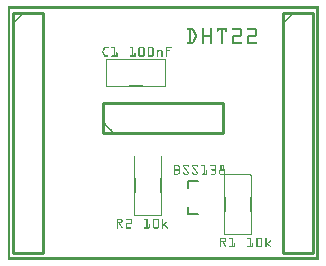
<source format=gto>
G04 MADE WITH FRITZING*
G04 WWW.FRITZING.ORG*
G04 DOUBLE SIDED*
G04 HOLES PLATED*
G04 CONTOUR ON CENTER OF CONTOUR VECTOR*
%ASAXBY*%
%FSLAX23Y23*%
%MOIN*%
%OFA0B0*%
%SFA1.0B1.0*%
%ADD10C,0.010000*%
%ADD11C,0.008000*%
%ADD12R,0.001000X0.001000*%
%LNSILK1*%
G90*
G70*
G54D10*
X18Y823D02*
X18Y23D01*
D02*
X18Y23D02*
X118Y23D01*
D02*
X118Y23D02*
X118Y823D01*
D02*
X118Y823D02*
X18Y823D01*
D02*
X918Y823D02*
X918Y23D01*
D02*
X918Y23D02*
X1018Y23D01*
D02*
X1018Y23D02*
X1018Y823D01*
D02*
X1018Y823D02*
X918Y823D01*
G54D11*
D02*
X601Y178D02*
X601Y155D01*
D02*
X601Y155D02*
X632Y155D01*
D02*
X601Y241D02*
X601Y265D01*
D02*
X601Y265D02*
X632Y265D01*
G54D10*
D02*
X318Y423D02*
X718Y423D01*
D02*
X718Y423D02*
X718Y523D01*
D02*
X718Y523D02*
X318Y523D01*
D02*
X318Y523D02*
X318Y423D01*
G54D12*
X0Y845D02*
X1035Y845D01*
X0Y844D02*
X1035Y844D01*
X0Y843D02*
X1035Y843D01*
X0Y842D02*
X1035Y842D01*
X0Y841D02*
X1035Y841D01*
X0Y840D02*
X1035Y840D01*
X0Y839D02*
X1035Y839D01*
X0Y838D02*
X1035Y838D01*
X0Y837D02*
X7Y837D01*
X1028Y837D02*
X1035Y837D01*
X0Y836D02*
X7Y836D01*
X1028Y836D02*
X1035Y836D01*
X0Y835D02*
X7Y835D01*
X1028Y835D02*
X1035Y835D01*
X0Y834D02*
X7Y834D01*
X1028Y834D02*
X1035Y834D01*
X0Y833D02*
X7Y833D01*
X1028Y833D02*
X1035Y833D01*
X0Y832D02*
X7Y832D01*
X1028Y832D02*
X1035Y832D01*
X0Y831D02*
X7Y831D01*
X1028Y831D02*
X1035Y831D01*
X0Y830D02*
X7Y830D01*
X1028Y830D02*
X1035Y830D01*
X0Y829D02*
X7Y829D01*
X1028Y829D02*
X1035Y829D01*
X0Y828D02*
X7Y828D01*
X1028Y828D02*
X1035Y828D01*
X0Y827D02*
X7Y827D01*
X1028Y827D02*
X1035Y827D01*
X0Y826D02*
X7Y826D01*
X1028Y826D02*
X1035Y826D01*
X0Y825D02*
X7Y825D01*
X51Y825D02*
X51Y825D01*
X951Y825D02*
X951Y825D01*
X1028Y825D02*
X1035Y825D01*
X0Y824D02*
X7Y824D01*
X50Y824D02*
X52Y824D01*
X950Y824D02*
X952Y824D01*
X1028Y824D02*
X1035Y824D01*
X0Y823D02*
X7Y823D01*
X49Y823D02*
X53Y823D01*
X949Y823D02*
X953Y823D01*
X1028Y823D02*
X1035Y823D01*
X0Y822D02*
X7Y822D01*
X48Y822D02*
X54Y822D01*
X948Y822D02*
X954Y822D01*
X1028Y822D02*
X1035Y822D01*
X0Y821D02*
X7Y821D01*
X47Y821D02*
X53Y821D01*
X947Y821D02*
X953Y821D01*
X1028Y821D02*
X1035Y821D01*
X0Y820D02*
X7Y820D01*
X46Y820D02*
X52Y820D01*
X946Y820D02*
X952Y820D01*
X1028Y820D02*
X1035Y820D01*
X0Y819D02*
X7Y819D01*
X45Y819D02*
X51Y819D01*
X945Y819D02*
X951Y819D01*
X1028Y819D02*
X1035Y819D01*
X0Y818D02*
X7Y818D01*
X44Y818D02*
X50Y818D01*
X944Y818D02*
X950Y818D01*
X1028Y818D02*
X1035Y818D01*
X0Y817D02*
X7Y817D01*
X43Y817D02*
X49Y817D01*
X943Y817D02*
X949Y817D01*
X1028Y817D02*
X1035Y817D01*
X0Y816D02*
X7Y816D01*
X42Y816D02*
X48Y816D01*
X942Y816D02*
X948Y816D01*
X1028Y816D02*
X1035Y816D01*
X0Y815D02*
X7Y815D01*
X41Y815D02*
X47Y815D01*
X941Y815D02*
X947Y815D01*
X1028Y815D02*
X1035Y815D01*
X0Y814D02*
X7Y814D01*
X40Y814D02*
X46Y814D01*
X940Y814D02*
X946Y814D01*
X1028Y814D02*
X1035Y814D01*
X0Y813D02*
X7Y813D01*
X39Y813D02*
X45Y813D01*
X939Y813D02*
X945Y813D01*
X1028Y813D02*
X1035Y813D01*
X0Y812D02*
X7Y812D01*
X38Y812D02*
X44Y812D01*
X938Y812D02*
X944Y812D01*
X1028Y812D02*
X1035Y812D01*
X0Y811D02*
X7Y811D01*
X37Y811D02*
X43Y811D01*
X937Y811D02*
X943Y811D01*
X1028Y811D02*
X1035Y811D01*
X0Y810D02*
X7Y810D01*
X36Y810D02*
X42Y810D01*
X936Y810D02*
X942Y810D01*
X1028Y810D02*
X1035Y810D01*
X0Y809D02*
X7Y809D01*
X35Y809D02*
X41Y809D01*
X935Y809D02*
X941Y809D01*
X1028Y809D02*
X1035Y809D01*
X0Y808D02*
X7Y808D01*
X34Y808D02*
X40Y808D01*
X934Y808D02*
X939Y808D01*
X1028Y808D02*
X1035Y808D01*
X0Y807D02*
X7Y807D01*
X33Y807D02*
X38Y807D01*
X933Y807D02*
X938Y807D01*
X1028Y807D02*
X1035Y807D01*
X0Y806D02*
X7Y806D01*
X32Y806D02*
X37Y806D01*
X932Y806D02*
X937Y806D01*
X1028Y806D02*
X1035Y806D01*
X0Y805D02*
X7Y805D01*
X31Y805D02*
X36Y805D01*
X931Y805D02*
X936Y805D01*
X1028Y805D02*
X1035Y805D01*
X0Y804D02*
X7Y804D01*
X30Y804D02*
X35Y804D01*
X930Y804D02*
X935Y804D01*
X1028Y804D02*
X1035Y804D01*
X0Y803D02*
X7Y803D01*
X29Y803D02*
X34Y803D01*
X929Y803D02*
X934Y803D01*
X1028Y803D02*
X1035Y803D01*
X0Y802D02*
X7Y802D01*
X28Y802D02*
X33Y802D01*
X928Y802D02*
X933Y802D01*
X1028Y802D02*
X1035Y802D01*
X0Y801D02*
X7Y801D01*
X27Y801D02*
X33Y801D01*
X927Y801D02*
X933Y801D01*
X1028Y801D02*
X1035Y801D01*
X0Y800D02*
X7Y800D01*
X26Y800D02*
X32Y800D01*
X926Y800D02*
X932Y800D01*
X1028Y800D02*
X1035Y800D01*
X0Y799D02*
X7Y799D01*
X25Y799D02*
X31Y799D01*
X925Y799D02*
X931Y799D01*
X1028Y799D02*
X1035Y799D01*
X0Y798D02*
X7Y798D01*
X24Y798D02*
X30Y798D01*
X924Y798D02*
X930Y798D01*
X1028Y798D02*
X1035Y798D01*
X0Y797D02*
X7Y797D01*
X23Y797D02*
X29Y797D01*
X923Y797D02*
X929Y797D01*
X1028Y797D02*
X1035Y797D01*
X0Y796D02*
X7Y796D01*
X22Y796D02*
X28Y796D01*
X922Y796D02*
X928Y796D01*
X1028Y796D02*
X1035Y796D01*
X0Y795D02*
X7Y795D01*
X21Y795D02*
X27Y795D01*
X921Y795D02*
X927Y795D01*
X1028Y795D02*
X1035Y795D01*
X0Y794D02*
X7Y794D01*
X20Y794D02*
X26Y794D01*
X920Y794D02*
X926Y794D01*
X1028Y794D02*
X1035Y794D01*
X0Y793D02*
X7Y793D01*
X19Y793D02*
X25Y793D01*
X919Y793D02*
X925Y793D01*
X1028Y793D02*
X1035Y793D01*
X0Y792D02*
X7Y792D01*
X18Y792D02*
X24Y792D01*
X918Y792D02*
X924Y792D01*
X1028Y792D02*
X1035Y792D01*
X0Y791D02*
X7Y791D01*
X17Y791D02*
X23Y791D01*
X917Y791D02*
X923Y791D01*
X1028Y791D02*
X1035Y791D01*
X0Y790D02*
X7Y790D01*
X17Y790D02*
X22Y790D01*
X917Y790D02*
X922Y790D01*
X1028Y790D02*
X1035Y790D01*
X0Y789D02*
X7Y789D01*
X18Y789D02*
X21Y789D01*
X918Y789D02*
X921Y789D01*
X1028Y789D02*
X1035Y789D01*
X0Y788D02*
X7Y788D01*
X19Y788D02*
X20Y788D01*
X919Y788D02*
X920Y788D01*
X1028Y788D02*
X1035Y788D01*
X0Y787D02*
X7Y787D01*
X1028Y787D02*
X1035Y787D01*
X0Y786D02*
X7Y786D01*
X1028Y786D02*
X1035Y786D01*
X0Y785D02*
X7Y785D01*
X1028Y785D02*
X1035Y785D01*
X0Y784D02*
X7Y784D01*
X1028Y784D02*
X1035Y784D01*
X0Y783D02*
X7Y783D01*
X1028Y783D02*
X1035Y783D01*
X0Y782D02*
X7Y782D01*
X1028Y782D02*
X1035Y782D01*
X0Y781D02*
X7Y781D01*
X1028Y781D02*
X1035Y781D01*
X0Y780D02*
X7Y780D01*
X1028Y780D02*
X1035Y780D01*
X0Y779D02*
X7Y779D01*
X1028Y779D02*
X1035Y779D01*
X0Y778D02*
X7Y778D01*
X1028Y778D02*
X1035Y778D01*
X0Y777D02*
X7Y777D01*
X1028Y777D02*
X1035Y777D01*
X0Y776D02*
X7Y776D01*
X1028Y776D02*
X1035Y776D01*
X0Y775D02*
X7Y775D01*
X1028Y775D02*
X1035Y775D01*
X0Y774D02*
X7Y774D01*
X1028Y774D02*
X1035Y774D01*
X0Y773D02*
X7Y773D01*
X597Y773D02*
X615Y773D01*
X648Y773D02*
X651Y773D01*
X675Y773D02*
X678Y773D01*
X696Y773D02*
X730Y773D01*
X748Y773D02*
X776Y773D01*
X798Y773D02*
X827Y773D01*
X1028Y773D02*
X1035Y773D01*
X0Y772D02*
X7Y772D01*
X597Y772D02*
X617Y772D01*
X647Y772D02*
X652Y772D01*
X674Y772D02*
X679Y772D01*
X696Y772D02*
X730Y772D01*
X747Y772D02*
X778Y772D01*
X797Y772D02*
X828Y772D01*
X1028Y772D02*
X1035Y772D01*
X0Y771D02*
X7Y771D01*
X596Y771D02*
X618Y771D01*
X646Y771D02*
X652Y771D01*
X674Y771D02*
X680Y771D01*
X696Y771D02*
X730Y771D01*
X747Y771D02*
X779Y771D01*
X797Y771D02*
X829Y771D01*
X1028Y771D02*
X1035Y771D01*
X0Y770D02*
X7Y770D01*
X596Y770D02*
X619Y770D01*
X646Y770D02*
X652Y770D01*
X674Y770D02*
X680Y770D01*
X696Y770D02*
X730Y770D01*
X747Y770D02*
X779Y770D01*
X797Y770D02*
X830Y770D01*
X1028Y770D02*
X1035Y770D01*
X0Y769D02*
X7Y769D01*
X596Y769D02*
X620Y769D01*
X646Y769D02*
X652Y769D01*
X674Y769D02*
X680Y769D01*
X696Y769D02*
X730Y769D01*
X747Y769D02*
X780Y769D01*
X797Y769D02*
X830Y769D01*
X1028Y769D02*
X1035Y769D01*
X0Y768D02*
X7Y768D01*
X597Y768D02*
X621Y768D01*
X646Y768D02*
X652Y768D01*
X674Y768D02*
X680Y768D01*
X696Y768D02*
X730Y768D01*
X748Y768D02*
X780Y768D01*
X798Y768D02*
X830Y768D01*
X1028Y768D02*
X1035Y768D01*
X0Y767D02*
X7Y767D01*
X599Y767D02*
X621Y767D01*
X646Y767D02*
X652Y767D01*
X674Y767D02*
X680Y767D01*
X696Y767D02*
X730Y767D01*
X749Y767D02*
X780Y767D01*
X799Y767D02*
X830Y767D01*
X1028Y767D02*
X1035Y767D01*
X0Y766D02*
X7Y766D01*
X603Y766D02*
X609Y766D01*
X615Y766D02*
X622Y766D01*
X646Y766D02*
X652Y766D01*
X674Y766D02*
X680Y766D01*
X696Y766D02*
X702Y766D01*
X710Y766D02*
X716Y766D01*
X724Y766D02*
X730Y766D01*
X774Y766D02*
X780Y766D01*
X824Y766D02*
X830Y766D01*
X1028Y766D02*
X1035Y766D01*
X0Y765D02*
X7Y765D01*
X603Y765D02*
X609Y765D01*
X615Y765D02*
X622Y765D01*
X646Y765D02*
X652Y765D01*
X674Y765D02*
X680Y765D01*
X696Y765D02*
X702Y765D01*
X710Y765D02*
X716Y765D01*
X724Y765D02*
X730Y765D01*
X774Y765D02*
X780Y765D01*
X824Y765D02*
X830Y765D01*
X1028Y765D02*
X1035Y765D01*
X0Y764D02*
X7Y764D01*
X603Y764D02*
X609Y764D01*
X616Y764D02*
X623Y764D01*
X646Y764D02*
X652Y764D01*
X674Y764D02*
X680Y764D01*
X696Y764D02*
X702Y764D01*
X710Y764D02*
X716Y764D01*
X724Y764D02*
X730Y764D01*
X774Y764D02*
X780Y764D01*
X824Y764D02*
X830Y764D01*
X1028Y764D02*
X1035Y764D01*
X0Y763D02*
X7Y763D01*
X603Y763D02*
X609Y763D01*
X616Y763D02*
X623Y763D01*
X646Y763D02*
X652Y763D01*
X674Y763D02*
X680Y763D01*
X697Y763D02*
X702Y763D01*
X710Y763D02*
X716Y763D01*
X724Y763D02*
X730Y763D01*
X774Y763D02*
X780Y763D01*
X824Y763D02*
X830Y763D01*
X1028Y763D02*
X1035Y763D01*
X0Y762D02*
X7Y762D01*
X603Y762D02*
X609Y762D01*
X617Y762D02*
X624Y762D01*
X646Y762D02*
X652Y762D01*
X674Y762D02*
X680Y762D01*
X697Y762D02*
X701Y762D01*
X710Y762D02*
X716Y762D01*
X725Y762D02*
X729Y762D01*
X774Y762D02*
X780Y762D01*
X824Y762D02*
X830Y762D01*
X1028Y762D02*
X1035Y762D01*
X0Y761D02*
X7Y761D01*
X603Y761D02*
X609Y761D01*
X617Y761D02*
X624Y761D01*
X646Y761D02*
X652Y761D01*
X674Y761D02*
X680Y761D01*
X699Y761D02*
X699Y761D01*
X710Y761D02*
X716Y761D01*
X727Y761D02*
X727Y761D01*
X774Y761D02*
X780Y761D01*
X824Y761D02*
X830Y761D01*
X1028Y761D02*
X1035Y761D01*
X0Y760D02*
X7Y760D01*
X603Y760D02*
X609Y760D01*
X618Y760D02*
X625Y760D01*
X646Y760D02*
X652Y760D01*
X674Y760D02*
X680Y760D01*
X710Y760D02*
X716Y760D01*
X774Y760D02*
X780Y760D01*
X824Y760D02*
X830Y760D01*
X1028Y760D02*
X1035Y760D01*
X0Y759D02*
X7Y759D01*
X603Y759D02*
X609Y759D01*
X618Y759D02*
X625Y759D01*
X646Y759D02*
X652Y759D01*
X674Y759D02*
X680Y759D01*
X710Y759D02*
X716Y759D01*
X774Y759D02*
X780Y759D01*
X824Y759D02*
X830Y759D01*
X1028Y759D02*
X1035Y759D01*
X0Y758D02*
X7Y758D01*
X603Y758D02*
X609Y758D01*
X619Y758D02*
X626Y758D01*
X646Y758D02*
X652Y758D01*
X674Y758D02*
X680Y758D01*
X710Y758D02*
X716Y758D01*
X774Y758D02*
X780Y758D01*
X824Y758D02*
X830Y758D01*
X1028Y758D02*
X1035Y758D01*
X0Y757D02*
X7Y757D01*
X603Y757D02*
X609Y757D01*
X619Y757D02*
X626Y757D01*
X646Y757D02*
X652Y757D01*
X674Y757D02*
X680Y757D01*
X710Y757D02*
X716Y757D01*
X774Y757D02*
X780Y757D01*
X824Y757D02*
X830Y757D01*
X1028Y757D02*
X1035Y757D01*
X0Y756D02*
X7Y756D01*
X603Y756D02*
X609Y756D01*
X620Y756D02*
X627Y756D01*
X646Y756D02*
X652Y756D01*
X674Y756D02*
X680Y756D01*
X710Y756D02*
X716Y756D01*
X774Y756D02*
X780Y756D01*
X824Y756D02*
X830Y756D01*
X1028Y756D02*
X1035Y756D01*
X0Y755D02*
X7Y755D01*
X603Y755D02*
X609Y755D01*
X620Y755D02*
X627Y755D01*
X646Y755D02*
X652Y755D01*
X674Y755D02*
X680Y755D01*
X710Y755D02*
X716Y755D01*
X774Y755D02*
X780Y755D01*
X824Y755D02*
X830Y755D01*
X1028Y755D02*
X1035Y755D01*
X0Y754D02*
X7Y754D01*
X603Y754D02*
X609Y754D01*
X621Y754D02*
X628Y754D01*
X646Y754D02*
X652Y754D01*
X674Y754D02*
X680Y754D01*
X710Y754D02*
X716Y754D01*
X774Y754D02*
X780Y754D01*
X824Y754D02*
X830Y754D01*
X1028Y754D02*
X1035Y754D01*
X0Y753D02*
X7Y753D01*
X603Y753D02*
X609Y753D01*
X621Y753D02*
X628Y753D01*
X646Y753D02*
X652Y753D01*
X674Y753D02*
X680Y753D01*
X710Y753D02*
X716Y753D01*
X774Y753D02*
X780Y753D01*
X824Y753D02*
X830Y753D01*
X1028Y753D02*
X1035Y753D01*
X0Y752D02*
X7Y752D01*
X603Y752D02*
X609Y752D01*
X622Y752D02*
X629Y752D01*
X646Y752D02*
X652Y752D01*
X674Y752D02*
X680Y752D01*
X710Y752D02*
X716Y752D01*
X774Y752D02*
X780Y752D01*
X824Y752D02*
X830Y752D01*
X1028Y752D02*
X1035Y752D01*
X0Y751D02*
X7Y751D01*
X603Y751D02*
X609Y751D01*
X623Y751D02*
X629Y751D01*
X646Y751D02*
X652Y751D01*
X674Y751D02*
X680Y751D01*
X710Y751D02*
X716Y751D01*
X774Y751D02*
X780Y751D01*
X824Y751D02*
X830Y751D01*
X1028Y751D02*
X1035Y751D01*
X0Y750D02*
X7Y750D01*
X603Y750D02*
X609Y750D01*
X623Y750D02*
X629Y750D01*
X646Y750D02*
X680Y750D01*
X710Y750D02*
X716Y750D01*
X752Y750D02*
X780Y750D01*
X802Y750D02*
X830Y750D01*
X1028Y750D02*
X1035Y750D01*
X0Y749D02*
X7Y749D01*
X603Y749D02*
X609Y749D01*
X623Y749D02*
X629Y749D01*
X646Y749D02*
X680Y749D01*
X710Y749D02*
X716Y749D01*
X750Y749D02*
X780Y749D01*
X800Y749D02*
X830Y749D01*
X1028Y749D02*
X1035Y749D01*
X0Y748D02*
X7Y748D01*
X603Y748D02*
X609Y748D01*
X623Y748D02*
X630Y748D01*
X646Y748D02*
X680Y748D01*
X710Y748D02*
X716Y748D01*
X749Y748D02*
X780Y748D01*
X799Y748D02*
X830Y748D01*
X1028Y748D02*
X1035Y748D01*
X0Y747D02*
X7Y747D01*
X603Y747D02*
X609Y747D01*
X624Y747D02*
X630Y747D01*
X646Y747D02*
X680Y747D01*
X710Y747D02*
X716Y747D01*
X748Y747D02*
X779Y747D01*
X798Y747D02*
X830Y747D01*
X1028Y747D02*
X1035Y747D01*
X0Y746D02*
X7Y746D01*
X603Y746D02*
X609Y746D01*
X623Y746D02*
X630Y746D01*
X646Y746D02*
X680Y746D01*
X710Y746D02*
X716Y746D01*
X747Y746D02*
X779Y746D01*
X797Y746D02*
X829Y746D01*
X1028Y746D02*
X1035Y746D01*
X0Y745D02*
X7Y745D01*
X603Y745D02*
X609Y745D01*
X623Y745D02*
X629Y745D01*
X646Y745D02*
X680Y745D01*
X710Y745D02*
X716Y745D01*
X747Y745D02*
X778Y745D01*
X797Y745D02*
X828Y745D01*
X1028Y745D02*
X1035Y745D01*
X0Y744D02*
X7Y744D01*
X603Y744D02*
X609Y744D01*
X623Y744D02*
X629Y744D01*
X646Y744D02*
X680Y744D01*
X710Y744D02*
X716Y744D01*
X747Y744D02*
X776Y744D01*
X797Y744D02*
X826Y744D01*
X1028Y744D02*
X1035Y744D01*
X0Y743D02*
X7Y743D01*
X603Y743D02*
X609Y743D01*
X623Y743D02*
X629Y743D01*
X646Y743D02*
X652Y743D01*
X674Y743D02*
X680Y743D01*
X710Y743D02*
X716Y743D01*
X747Y743D02*
X753Y743D01*
X797Y743D02*
X803Y743D01*
X1028Y743D02*
X1035Y743D01*
X0Y742D02*
X7Y742D01*
X603Y742D02*
X609Y742D01*
X622Y742D02*
X629Y742D01*
X646Y742D02*
X652Y742D01*
X674Y742D02*
X680Y742D01*
X710Y742D02*
X716Y742D01*
X747Y742D02*
X753Y742D01*
X797Y742D02*
X803Y742D01*
X1028Y742D02*
X1035Y742D01*
X0Y741D02*
X7Y741D01*
X603Y741D02*
X609Y741D01*
X622Y741D02*
X628Y741D01*
X646Y741D02*
X652Y741D01*
X674Y741D02*
X680Y741D01*
X710Y741D02*
X716Y741D01*
X747Y741D02*
X753Y741D01*
X797Y741D02*
X803Y741D01*
X1028Y741D02*
X1035Y741D01*
X0Y740D02*
X7Y740D01*
X603Y740D02*
X609Y740D01*
X621Y740D02*
X628Y740D01*
X646Y740D02*
X652Y740D01*
X674Y740D02*
X680Y740D01*
X710Y740D02*
X716Y740D01*
X747Y740D02*
X753Y740D01*
X797Y740D02*
X803Y740D01*
X1028Y740D02*
X1035Y740D01*
X0Y739D02*
X7Y739D01*
X603Y739D02*
X609Y739D01*
X621Y739D02*
X628Y739D01*
X646Y739D02*
X652Y739D01*
X674Y739D02*
X680Y739D01*
X710Y739D02*
X716Y739D01*
X747Y739D02*
X753Y739D01*
X797Y739D02*
X803Y739D01*
X1028Y739D02*
X1035Y739D01*
X0Y738D02*
X7Y738D01*
X603Y738D02*
X609Y738D01*
X620Y738D02*
X627Y738D01*
X646Y738D02*
X652Y738D01*
X674Y738D02*
X680Y738D01*
X710Y738D02*
X716Y738D01*
X747Y738D02*
X753Y738D01*
X797Y738D02*
X803Y738D01*
X1028Y738D02*
X1035Y738D01*
X0Y737D02*
X7Y737D01*
X603Y737D02*
X609Y737D01*
X620Y737D02*
X627Y737D01*
X646Y737D02*
X652Y737D01*
X674Y737D02*
X680Y737D01*
X710Y737D02*
X716Y737D01*
X747Y737D02*
X753Y737D01*
X797Y737D02*
X803Y737D01*
X1028Y737D02*
X1035Y737D01*
X0Y736D02*
X7Y736D01*
X603Y736D02*
X609Y736D01*
X619Y736D02*
X626Y736D01*
X646Y736D02*
X652Y736D01*
X674Y736D02*
X680Y736D01*
X710Y736D02*
X716Y736D01*
X747Y736D02*
X753Y736D01*
X797Y736D02*
X803Y736D01*
X1028Y736D02*
X1035Y736D01*
X0Y735D02*
X7Y735D01*
X603Y735D02*
X609Y735D01*
X619Y735D02*
X626Y735D01*
X646Y735D02*
X652Y735D01*
X674Y735D02*
X680Y735D01*
X710Y735D02*
X716Y735D01*
X747Y735D02*
X753Y735D01*
X797Y735D02*
X803Y735D01*
X1028Y735D02*
X1035Y735D01*
X0Y734D02*
X7Y734D01*
X603Y734D02*
X609Y734D01*
X618Y734D02*
X625Y734D01*
X646Y734D02*
X652Y734D01*
X674Y734D02*
X680Y734D01*
X710Y734D02*
X716Y734D01*
X747Y734D02*
X753Y734D01*
X797Y734D02*
X803Y734D01*
X1028Y734D02*
X1035Y734D01*
X0Y733D02*
X7Y733D01*
X603Y733D02*
X609Y733D01*
X618Y733D02*
X625Y733D01*
X646Y733D02*
X652Y733D01*
X674Y733D02*
X680Y733D01*
X710Y733D02*
X716Y733D01*
X747Y733D02*
X753Y733D01*
X797Y733D02*
X803Y733D01*
X1028Y733D02*
X1035Y733D01*
X0Y732D02*
X7Y732D01*
X603Y732D02*
X609Y732D01*
X617Y732D02*
X624Y732D01*
X646Y732D02*
X652Y732D01*
X674Y732D02*
X680Y732D01*
X710Y732D02*
X716Y732D01*
X747Y732D02*
X753Y732D01*
X797Y732D02*
X803Y732D01*
X1028Y732D02*
X1035Y732D01*
X0Y731D02*
X7Y731D01*
X603Y731D02*
X609Y731D01*
X617Y731D02*
X624Y731D01*
X646Y731D02*
X652Y731D01*
X674Y731D02*
X680Y731D01*
X710Y731D02*
X716Y731D01*
X747Y731D02*
X753Y731D01*
X797Y731D02*
X803Y731D01*
X1028Y731D02*
X1035Y731D01*
X0Y730D02*
X7Y730D01*
X603Y730D02*
X609Y730D01*
X616Y730D02*
X623Y730D01*
X646Y730D02*
X652Y730D01*
X674Y730D02*
X680Y730D01*
X710Y730D02*
X716Y730D01*
X747Y730D02*
X753Y730D01*
X797Y730D02*
X803Y730D01*
X1028Y730D02*
X1035Y730D01*
X0Y729D02*
X7Y729D01*
X603Y729D02*
X609Y729D01*
X616Y729D02*
X623Y729D01*
X646Y729D02*
X652Y729D01*
X674Y729D02*
X680Y729D01*
X710Y729D02*
X716Y729D01*
X747Y729D02*
X753Y729D01*
X797Y729D02*
X803Y729D01*
X1028Y729D02*
X1035Y729D01*
X0Y728D02*
X7Y728D01*
X603Y728D02*
X609Y728D01*
X615Y728D02*
X622Y728D01*
X646Y728D02*
X652Y728D01*
X674Y728D02*
X680Y728D01*
X710Y728D02*
X716Y728D01*
X747Y728D02*
X753Y728D01*
X797Y728D02*
X803Y728D01*
X1028Y728D02*
X1035Y728D01*
X0Y727D02*
X7Y727D01*
X603Y727D02*
X609Y727D01*
X614Y727D02*
X622Y727D01*
X646Y727D02*
X652Y727D01*
X674Y727D02*
X680Y727D01*
X710Y727D02*
X716Y727D01*
X747Y727D02*
X753Y727D01*
X797Y727D02*
X803Y727D01*
X1028Y727D02*
X1035Y727D01*
X0Y726D02*
X7Y726D01*
X597Y726D02*
X621Y726D01*
X646Y726D02*
X652Y726D01*
X674Y726D02*
X680Y726D01*
X710Y726D02*
X716Y726D01*
X747Y726D02*
X779Y726D01*
X797Y726D02*
X829Y726D01*
X1028Y726D02*
X1035Y726D01*
X0Y725D02*
X7Y725D01*
X597Y725D02*
X621Y725D01*
X646Y725D02*
X652Y725D01*
X674Y725D02*
X680Y725D01*
X710Y725D02*
X716Y725D01*
X747Y725D02*
X780Y725D01*
X797Y725D02*
X830Y725D01*
X1028Y725D02*
X1035Y725D01*
X0Y724D02*
X7Y724D01*
X596Y724D02*
X620Y724D01*
X646Y724D02*
X652Y724D01*
X674Y724D02*
X680Y724D01*
X710Y724D02*
X716Y724D01*
X747Y724D02*
X780Y724D01*
X797Y724D02*
X830Y724D01*
X1028Y724D02*
X1035Y724D01*
X0Y723D02*
X7Y723D01*
X596Y723D02*
X619Y723D01*
X646Y723D02*
X652Y723D01*
X674Y723D02*
X680Y723D01*
X710Y723D02*
X716Y723D01*
X747Y723D02*
X780Y723D01*
X797Y723D02*
X830Y723D01*
X1028Y723D02*
X1035Y723D01*
X0Y722D02*
X7Y722D01*
X596Y722D02*
X618Y722D01*
X646Y722D02*
X652Y722D01*
X674Y722D02*
X680Y722D01*
X710Y722D02*
X716Y722D01*
X747Y722D02*
X780Y722D01*
X797Y722D02*
X830Y722D01*
X1028Y722D02*
X1035Y722D01*
X0Y721D02*
X7Y721D01*
X597Y721D02*
X616Y721D01*
X647Y721D02*
X651Y721D01*
X675Y721D02*
X679Y721D01*
X711Y721D02*
X715Y721D01*
X747Y721D02*
X779Y721D01*
X797Y721D02*
X829Y721D01*
X1028Y721D02*
X1035Y721D01*
X0Y720D02*
X7Y720D01*
X598Y720D02*
X614Y720D01*
X648Y720D02*
X650Y720D01*
X676Y720D02*
X678Y720D01*
X712Y720D02*
X714Y720D01*
X747Y720D02*
X778Y720D01*
X797Y720D02*
X828Y720D01*
X1028Y720D02*
X1035Y720D01*
X0Y719D02*
X7Y719D01*
X1028Y719D02*
X1035Y719D01*
X0Y718D02*
X7Y718D01*
X1028Y718D02*
X1035Y718D01*
X0Y717D02*
X7Y717D01*
X1028Y717D02*
X1035Y717D01*
X0Y716D02*
X7Y716D01*
X1028Y716D02*
X1035Y716D01*
X0Y715D02*
X7Y715D01*
X1028Y715D02*
X1035Y715D01*
X0Y714D02*
X7Y714D01*
X1028Y714D02*
X1035Y714D01*
X0Y713D02*
X7Y713D01*
X1028Y713D02*
X1035Y713D01*
X0Y712D02*
X7Y712D01*
X1028Y712D02*
X1035Y712D01*
X0Y711D02*
X7Y711D01*
X1028Y711D02*
X1035Y711D01*
X0Y710D02*
X7Y710D01*
X324Y710D02*
X334Y710D01*
X346Y710D02*
X356Y710D01*
X407Y710D02*
X417Y710D01*
X438Y710D02*
X452Y710D01*
X468Y710D02*
X482Y710D01*
X526Y710D02*
X544Y710D01*
X1028Y710D02*
X1035Y710D01*
X0Y709D02*
X7Y709D01*
X322Y709D02*
X335Y709D01*
X345Y709D02*
X357Y709D01*
X406Y709D02*
X417Y709D01*
X437Y709D02*
X454Y709D01*
X467Y709D02*
X484Y709D01*
X526Y709D02*
X545Y709D01*
X1028Y709D02*
X1035Y709D01*
X0Y708D02*
X7Y708D01*
X321Y708D02*
X335Y708D01*
X345Y708D02*
X357Y708D01*
X405Y708D02*
X417Y708D01*
X436Y708D02*
X455Y708D01*
X466Y708D02*
X485Y708D01*
X526Y708D02*
X546Y708D01*
X1028Y708D02*
X1035Y708D01*
X0Y707D02*
X7Y707D01*
X320Y707D02*
X334Y707D01*
X346Y707D02*
X357Y707D01*
X406Y707D02*
X417Y707D01*
X436Y707D02*
X455Y707D01*
X466Y707D02*
X485Y707D01*
X526Y707D02*
X545Y707D01*
X1028Y707D02*
X1035Y707D01*
X0Y706D02*
X7Y706D01*
X320Y706D02*
X325Y706D01*
X353Y706D02*
X357Y706D01*
X413Y706D02*
X417Y706D01*
X435Y706D02*
X439Y706D01*
X452Y706D02*
X455Y706D01*
X466Y706D02*
X469Y706D01*
X482Y706D02*
X485Y706D01*
X526Y706D02*
X529Y706D01*
X1028Y706D02*
X1035Y706D01*
X0Y705D02*
X7Y705D01*
X319Y705D02*
X323Y705D01*
X353Y705D02*
X357Y705D01*
X414Y705D02*
X417Y705D01*
X435Y705D02*
X439Y705D01*
X452Y705D02*
X455Y705D01*
X466Y705D02*
X469Y705D01*
X482Y705D02*
X485Y705D01*
X526Y705D02*
X529Y705D01*
X1028Y705D02*
X1035Y705D01*
X0Y704D02*
X7Y704D01*
X319Y704D02*
X323Y704D01*
X353Y704D02*
X357Y704D01*
X414Y704D02*
X417Y704D01*
X435Y704D02*
X439Y704D01*
X452Y704D02*
X455Y704D01*
X466Y704D02*
X469Y704D01*
X482Y704D02*
X485Y704D01*
X526Y704D02*
X529Y704D01*
X1028Y704D02*
X1035Y704D01*
X0Y703D02*
X7Y703D01*
X318Y703D02*
X322Y703D01*
X353Y703D02*
X357Y703D01*
X414Y703D02*
X417Y703D01*
X435Y703D02*
X439Y703D01*
X452Y703D02*
X455Y703D01*
X466Y703D02*
X469Y703D01*
X482Y703D02*
X485Y703D01*
X526Y703D02*
X529Y703D01*
X1028Y703D02*
X1035Y703D01*
X0Y702D02*
X7Y702D01*
X318Y702D02*
X322Y702D01*
X353Y702D02*
X357Y702D01*
X414Y702D02*
X417Y702D01*
X435Y702D02*
X439Y702D01*
X452Y702D02*
X455Y702D01*
X466Y702D02*
X469Y702D01*
X482Y702D02*
X485Y702D01*
X526Y702D02*
X529Y702D01*
X1028Y702D02*
X1035Y702D01*
X0Y701D02*
X7Y701D01*
X317Y701D02*
X321Y701D01*
X353Y701D02*
X357Y701D01*
X414Y701D02*
X417Y701D01*
X435Y701D02*
X439Y701D01*
X452Y701D02*
X455Y701D01*
X466Y701D02*
X469Y701D01*
X482Y701D02*
X485Y701D01*
X497Y701D02*
X498Y701D01*
X505Y701D02*
X511Y701D01*
X526Y701D02*
X529Y701D01*
X1028Y701D02*
X1035Y701D01*
X0Y700D02*
X7Y700D01*
X317Y700D02*
X321Y700D01*
X353Y700D02*
X357Y700D01*
X414Y700D02*
X417Y700D01*
X435Y700D02*
X439Y700D01*
X452Y700D02*
X455Y700D01*
X466Y700D02*
X469Y700D01*
X482Y700D02*
X485Y700D01*
X496Y700D02*
X499Y700D01*
X503Y700D02*
X513Y700D01*
X526Y700D02*
X529Y700D01*
X1028Y700D02*
X1035Y700D01*
X0Y699D02*
X7Y699D01*
X316Y699D02*
X320Y699D01*
X353Y699D02*
X357Y699D01*
X414Y699D02*
X417Y699D01*
X435Y699D02*
X439Y699D01*
X452Y699D02*
X455Y699D01*
X466Y699D02*
X469Y699D01*
X482Y699D02*
X485Y699D01*
X496Y699D02*
X499Y699D01*
X502Y699D02*
X513Y699D01*
X526Y699D02*
X541Y699D01*
X1028Y699D02*
X1035Y699D01*
X0Y698D02*
X7Y698D01*
X316Y698D02*
X320Y698D01*
X353Y698D02*
X357Y698D01*
X414Y698D02*
X417Y698D01*
X435Y698D02*
X439Y698D01*
X452Y698D02*
X455Y698D01*
X466Y698D02*
X469Y698D01*
X482Y698D02*
X485Y698D01*
X496Y698D02*
X514Y698D01*
X526Y698D02*
X541Y698D01*
X1028Y698D02*
X1035Y698D01*
X0Y697D02*
X7Y697D01*
X316Y697D02*
X319Y697D01*
X353Y697D02*
X357Y697D01*
X414Y697D02*
X417Y697D01*
X435Y697D02*
X439Y697D01*
X452Y697D02*
X455Y697D01*
X466Y697D02*
X469Y697D01*
X482Y697D02*
X485Y697D01*
X496Y697D02*
X505Y697D01*
X510Y697D02*
X515Y697D01*
X526Y697D02*
X541Y697D01*
X1028Y697D02*
X1035Y697D01*
X0Y696D02*
X7Y696D01*
X315Y696D02*
X319Y696D01*
X353Y696D02*
X357Y696D01*
X414Y696D02*
X417Y696D01*
X435Y696D02*
X439Y696D01*
X452Y696D02*
X455Y696D01*
X466Y696D02*
X469Y696D01*
X482Y696D02*
X485Y696D01*
X496Y696D02*
X504Y696D01*
X511Y696D02*
X515Y696D01*
X526Y696D02*
X541Y696D01*
X1028Y696D02*
X1035Y696D01*
X0Y695D02*
X7Y695D01*
X315Y695D02*
X318Y695D01*
X353Y695D02*
X357Y695D01*
X414Y695D02*
X417Y695D01*
X435Y695D02*
X439Y695D01*
X452Y695D02*
X455Y695D01*
X466Y695D02*
X469Y695D01*
X482Y695D02*
X485Y695D01*
X496Y695D02*
X502Y695D01*
X512Y695D02*
X515Y695D01*
X526Y695D02*
X529Y695D01*
X1028Y695D02*
X1035Y695D01*
X0Y694D02*
X7Y694D01*
X315Y694D02*
X318Y694D01*
X353Y694D02*
X357Y694D01*
X414Y694D02*
X417Y694D01*
X435Y694D02*
X439Y694D01*
X452Y694D02*
X455Y694D01*
X466Y694D02*
X469Y694D01*
X482Y694D02*
X485Y694D01*
X496Y694D02*
X501Y694D01*
X512Y694D02*
X515Y694D01*
X526Y694D02*
X529Y694D01*
X1028Y694D02*
X1035Y694D01*
X0Y693D02*
X7Y693D01*
X315Y693D02*
X318Y693D01*
X353Y693D02*
X357Y693D01*
X414Y693D02*
X417Y693D01*
X435Y693D02*
X439Y693D01*
X452Y693D02*
X455Y693D01*
X466Y693D02*
X469Y693D01*
X482Y693D02*
X485Y693D01*
X496Y693D02*
X499Y693D01*
X512Y693D02*
X515Y693D01*
X526Y693D02*
X529Y693D01*
X1028Y693D02*
X1035Y693D01*
X0Y692D02*
X7Y692D01*
X315Y692D02*
X319Y692D01*
X353Y692D02*
X357Y692D01*
X362Y692D02*
X364Y692D01*
X414Y692D02*
X417Y692D01*
X423Y692D02*
X424Y692D01*
X435Y692D02*
X439Y692D01*
X452Y692D02*
X455Y692D01*
X466Y692D02*
X469Y692D01*
X482Y692D02*
X485Y692D01*
X496Y692D02*
X499Y692D01*
X512Y692D02*
X515Y692D01*
X526Y692D02*
X529Y692D01*
X1028Y692D02*
X1035Y692D01*
X0Y691D02*
X7Y691D01*
X316Y691D02*
X319Y691D01*
X353Y691D02*
X357Y691D01*
X362Y691D02*
X365Y691D01*
X414Y691D02*
X417Y691D01*
X422Y691D02*
X425Y691D01*
X435Y691D02*
X439Y691D01*
X452Y691D02*
X455Y691D01*
X466Y691D02*
X469Y691D01*
X482Y691D02*
X485Y691D01*
X496Y691D02*
X499Y691D01*
X512Y691D02*
X515Y691D01*
X526Y691D02*
X529Y691D01*
X1028Y691D02*
X1035Y691D01*
X0Y690D02*
X7Y690D01*
X316Y690D02*
X320Y690D01*
X353Y690D02*
X357Y690D01*
X362Y690D02*
X365Y690D01*
X414Y690D02*
X417Y690D01*
X422Y690D02*
X425Y690D01*
X435Y690D02*
X439Y690D01*
X452Y690D02*
X455Y690D01*
X466Y690D02*
X469Y690D01*
X482Y690D02*
X485Y690D01*
X496Y690D02*
X499Y690D01*
X512Y690D02*
X515Y690D01*
X526Y690D02*
X529Y690D01*
X1028Y690D02*
X1035Y690D01*
X0Y689D02*
X7Y689D01*
X316Y689D02*
X320Y689D01*
X353Y689D02*
X357Y689D01*
X362Y689D02*
X365Y689D01*
X414Y689D02*
X417Y689D01*
X422Y689D02*
X425Y689D01*
X435Y689D02*
X439Y689D01*
X452Y689D02*
X455Y689D01*
X466Y689D02*
X469Y689D01*
X482Y689D02*
X485Y689D01*
X496Y689D02*
X499Y689D01*
X512Y689D02*
X515Y689D01*
X526Y689D02*
X529Y689D01*
X1028Y689D02*
X1035Y689D01*
X0Y688D02*
X7Y688D01*
X317Y688D02*
X321Y688D01*
X353Y688D02*
X357Y688D01*
X362Y688D02*
X365Y688D01*
X414Y688D02*
X417Y688D01*
X422Y688D02*
X425Y688D01*
X435Y688D02*
X439Y688D01*
X452Y688D02*
X455Y688D01*
X466Y688D02*
X469Y688D01*
X482Y688D02*
X485Y688D01*
X496Y688D02*
X499Y688D01*
X512Y688D02*
X515Y688D01*
X526Y688D02*
X529Y688D01*
X1028Y688D02*
X1035Y688D01*
X0Y687D02*
X7Y687D01*
X317Y687D02*
X321Y687D01*
X353Y687D02*
X357Y687D01*
X362Y687D02*
X365Y687D01*
X414Y687D02*
X417Y687D01*
X422Y687D02*
X425Y687D01*
X435Y687D02*
X439Y687D01*
X452Y687D02*
X455Y687D01*
X466Y687D02*
X469Y687D01*
X482Y687D02*
X485Y687D01*
X496Y687D02*
X499Y687D01*
X512Y687D02*
X515Y687D01*
X526Y687D02*
X529Y687D01*
X1028Y687D02*
X1035Y687D01*
X0Y686D02*
X7Y686D01*
X318Y686D02*
X322Y686D01*
X353Y686D02*
X357Y686D01*
X362Y686D02*
X365Y686D01*
X414Y686D02*
X417Y686D01*
X422Y686D02*
X425Y686D01*
X435Y686D02*
X439Y686D01*
X452Y686D02*
X455Y686D01*
X466Y686D02*
X469Y686D01*
X482Y686D02*
X485Y686D01*
X496Y686D02*
X499Y686D01*
X512Y686D02*
X515Y686D01*
X526Y686D02*
X529Y686D01*
X1028Y686D02*
X1035Y686D01*
X0Y685D02*
X7Y685D01*
X318Y685D02*
X322Y685D01*
X353Y685D02*
X357Y685D01*
X362Y685D02*
X365Y685D01*
X414Y685D02*
X417Y685D01*
X422Y685D02*
X425Y685D01*
X435Y685D02*
X439Y685D01*
X452Y685D02*
X455Y685D01*
X466Y685D02*
X469Y685D01*
X482Y685D02*
X485Y685D01*
X496Y685D02*
X499Y685D01*
X512Y685D02*
X515Y685D01*
X526Y685D02*
X529Y685D01*
X1028Y685D02*
X1035Y685D01*
X0Y684D02*
X7Y684D01*
X319Y684D02*
X323Y684D01*
X353Y684D02*
X357Y684D01*
X362Y684D02*
X365Y684D01*
X414Y684D02*
X417Y684D01*
X422Y684D02*
X425Y684D01*
X435Y684D02*
X439Y684D01*
X452Y684D02*
X455Y684D01*
X466Y684D02*
X469Y684D01*
X482Y684D02*
X485Y684D01*
X496Y684D02*
X499Y684D01*
X512Y684D02*
X515Y684D01*
X526Y684D02*
X529Y684D01*
X1028Y684D02*
X1035Y684D01*
X0Y683D02*
X7Y683D01*
X319Y683D02*
X323Y683D01*
X353Y683D02*
X357Y683D01*
X362Y683D02*
X365Y683D01*
X414Y683D02*
X417Y683D01*
X422Y683D02*
X425Y683D01*
X435Y683D02*
X439Y683D01*
X452Y683D02*
X455Y683D01*
X466Y683D02*
X469Y683D01*
X482Y683D02*
X485Y683D01*
X496Y683D02*
X499Y683D01*
X512Y683D02*
X515Y683D01*
X526Y683D02*
X529Y683D01*
X1028Y683D02*
X1035Y683D01*
X0Y682D02*
X7Y682D01*
X320Y682D02*
X332Y682D01*
X347Y682D02*
X365Y682D01*
X408Y682D02*
X425Y682D01*
X435Y682D02*
X455Y682D01*
X466Y682D02*
X485Y682D01*
X496Y682D02*
X499Y682D01*
X512Y682D02*
X515Y682D01*
X526Y682D02*
X529Y682D01*
X1028Y682D02*
X1035Y682D01*
X0Y681D02*
X7Y681D01*
X320Y681D02*
X334Y681D01*
X345Y681D02*
X365Y681D01*
X406Y681D02*
X425Y681D01*
X436Y681D02*
X455Y681D01*
X466Y681D02*
X485Y681D01*
X496Y681D02*
X499Y681D01*
X512Y681D02*
X515Y681D01*
X526Y681D02*
X529Y681D01*
X1028Y681D02*
X1035Y681D01*
X0Y680D02*
X7Y680D01*
X321Y680D02*
X335Y680D01*
X345Y680D02*
X365Y680D01*
X405Y680D02*
X425Y680D01*
X436Y680D02*
X455Y680D01*
X466Y680D02*
X485Y680D01*
X496Y680D02*
X499Y680D01*
X512Y680D02*
X515Y680D01*
X526Y680D02*
X529Y680D01*
X1028Y680D02*
X1035Y680D01*
X0Y679D02*
X7Y679D01*
X322Y679D02*
X334Y679D01*
X345Y679D02*
X365Y679D01*
X406Y679D02*
X425Y679D01*
X437Y679D02*
X454Y679D01*
X467Y679D02*
X484Y679D01*
X496Y679D02*
X499Y679D01*
X512Y679D02*
X515Y679D01*
X526Y679D02*
X529Y679D01*
X1028Y679D02*
X1035Y679D01*
X0Y678D02*
X7Y678D01*
X324Y678D02*
X333Y678D01*
X346Y678D02*
X364Y678D01*
X407Y678D02*
X424Y678D01*
X439Y678D02*
X452Y678D01*
X469Y678D02*
X482Y678D01*
X497Y678D02*
X498Y678D01*
X514Y678D02*
X514Y678D01*
X527Y678D02*
X528Y678D01*
X1028Y678D02*
X1035Y678D01*
X0Y677D02*
X7Y677D01*
X1028Y677D02*
X1035Y677D01*
X0Y676D02*
X7Y676D01*
X1028Y676D02*
X1035Y676D01*
X0Y675D02*
X7Y675D01*
X1028Y675D02*
X1035Y675D01*
X0Y674D02*
X7Y674D01*
X1028Y674D02*
X1035Y674D01*
X0Y673D02*
X7Y673D01*
X1028Y673D02*
X1035Y673D01*
X0Y672D02*
X7Y672D01*
X1028Y672D02*
X1035Y672D01*
X0Y671D02*
X7Y671D01*
X1028Y671D02*
X1035Y671D01*
X0Y670D02*
X7Y670D01*
X1028Y670D02*
X1035Y670D01*
X0Y669D02*
X7Y669D01*
X327Y669D02*
X527Y669D01*
X1028Y669D02*
X1035Y669D01*
X0Y668D02*
X7Y668D01*
X327Y668D02*
X527Y668D01*
X1028Y668D02*
X1035Y668D01*
X0Y667D02*
X7Y667D01*
X327Y667D02*
X527Y667D01*
X1028Y667D02*
X1035Y667D01*
X0Y666D02*
X7Y666D01*
X327Y666D02*
X329Y666D01*
X403Y666D02*
X451Y666D01*
X525Y666D02*
X527Y666D01*
X1028Y666D02*
X1035Y666D01*
X0Y665D02*
X7Y665D01*
X327Y665D02*
X329Y665D01*
X525Y665D02*
X527Y665D01*
X1028Y665D02*
X1035Y665D01*
X0Y664D02*
X7Y664D01*
X327Y664D02*
X329Y664D01*
X525Y664D02*
X527Y664D01*
X1028Y664D02*
X1035Y664D01*
X0Y663D02*
X7Y663D01*
X327Y663D02*
X329Y663D01*
X525Y663D02*
X527Y663D01*
X1028Y663D02*
X1035Y663D01*
X0Y662D02*
X7Y662D01*
X327Y662D02*
X329Y662D01*
X525Y662D02*
X527Y662D01*
X1028Y662D02*
X1035Y662D01*
X0Y661D02*
X7Y661D01*
X327Y661D02*
X329Y661D01*
X525Y661D02*
X527Y661D01*
X1028Y661D02*
X1035Y661D01*
X0Y660D02*
X7Y660D01*
X327Y660D02*
X329Y660D01*
X525Y660D02*
X527Y660D01*
X1028Y660D02*
X1035Y660D01*
X0Y659D02*
X7Y659D01*
X327Y659D02*
X329Y659D01*
X525Y659D02*
X527Y659D01*
X1028Y659D02*
X1035Y659D01*
X0Y658D02*
X7Y658D01*
X327Y658D02*
X329Y658D01*
X525Y658D02*
X527Y658D01*
X1028Y658D02*
X1035Y658D01*
X0Y657D02*
X7Y657D01*
X327Y657D02*
X329Y657D01*
X525Y657D02*
X527Y657D01*
X1028Y657D02*
X1035Y657D01*
X0Y656D02*
X7Y656D01*
X327Y656D02*
X329Y656D01*
X525Y656D02*
X527Y656D01*
X1028Y656D02*
X1035Y656D01*
X0Y655D02*
X7Y655D01*
X327Y655D02*
X329Y655D01*
X525Y655D02*
X527Y655D01*
X1028Y655D02*
X1035Y655D01*
X0Y654D02*
X7Y654D01*
X327Y654D02*
X329Y654D01*
X525Y654D02*
X527Y654D01*
X1028Y654D02*
X1035Y654D01*
X0Y653D02*
X7Y653D01*
X327Y653D02*
X329Y653D01*
X525Y653D02*
X527Y653D01*
X1028Y653D02*
X1035Y653D01*
X0Y652D02*
X7Y652D01*
X327Y652D02*
X329Y652D01*
X525Y652D02*
X527Y652D01*
X1028Y652D02*
X1035Y652D01*
X0Y651D02*
X7Y651D01*
X327Y651D02*
X329Y651D01*
X525Y651D02*
X527Y651D01*
X1028Y651D02*
X1035Y651D01*
X0Y650D02*
X7Y650D01*
X327Y650D02*
X329Y650D01*
X525Y650D02*
X527Y650D01*
X1028Y650D02*
X1035Y650D01*
X0Y649D02*
X7Y649D01*
X327Y649D02*
X329Y649D01*
X525Y649D02*
X527Y649D01*
X1028Y649D02*
X1035Y649D01*
X0Y648D02*
X7Y648D01*
X327Y648D02*
X329Y648D01*
X525Y648D02*
X527Y648D01*
X1028Y648D02*
X1035Y648D01*
X0Y647D02*
X7Y647D01*
X327Y647D02*
X329Y647D01*
X525Y647D02*
X527Y647D01*
X1028Y647D02*
X1035Y647D01*
X0Y646D02*
X7Y646D01*
X327Y646D02*
X329Y646D01*
X525Y646D02*
X527Y646D01*
X1028Y646D02*
X1035Y646D01*
X0Y645D02*
X7Y645D01*
X327Y645D02*
X329Y645D01*
X525Y645D02*
X527Y645D01*
X1028Y645D02*
X1035Y645D01*
X0Y644D02*
X7Y644D01*
X327Y644D02*
X329Y644D01*
X525Y644D02*
X527Y644D01*
X1028Y644D02*
X1035Y644D01*
X0Y643D02*
X7Y643D01*
X327Y643D02*
X329Y643D01*
X525Y643D02*
X527Y643D01*
X1028Y643D02*
X1035Y643D01*
X0Y642D02*
X7Y642D01*
X327Y642D02*
X329Y642D01*
X525Y642D02*
X527Y642D01*
X1028Y642D02*
X1035Y642D01*
X0Y641D02*
X7Y641D01*
X327Y641D02*
X329Y641D01*
X525Y641D02*
X527Y641D01*
X1028Y641D02*
X1035Y641D01*
X0Y640D02*
X7Y640D01*
X327Y640D02*
X329Y640D01*
X525Y640D02*
X527Y640D01*
X1028Y640D02*
X1035Y640D01*
X0Y639D02*
X7Y639D01*
X327Y639D02*
X329Y639D01*
X525Y639D02*
X527Y639D01*
X1028Y639D02*
X1035Y639D01*
X0Y638D02*
X7Y638D01*
X327Y638D02*
X329Y638D01*
X525Y638D02*
X527Y638D01*
X1028Y638D02*
X1035Y638D01*
X0Y637D02*
X7Y637D01*
X327Y637D02*
X329Y637D01*
X525Y637D02*
X527Y637D01*
X1028Y637D02*
X1035Y637D01*
X0Y636D02*
X7Y636D01*
X327Y636D02*
X329Y636D01*
X525Y636D02*
X527Y636D01*
X1028Y636D02*
X1035Y636D01*
X0Y635D02*
X7Y635D01*
X327Y635D02*
X329Y635D01*
X525Y635D02*
X527Y635D01*
X1028Y635D02*
X1035Y635D01*
X0Y634D02*
X7Y634D01*
X327Y634D02*
X329Y634D01*
X525Y634D02*
X527Y634D01*
X1028Y634D02*
X1035Y634D01*
X0Y633D02*
X7Y633D01*
X327Y633D02*
X329Y633D01*
X525Y633D02*
X527Y633D01*
X1028Y633D02*
X1035Y633D01*
X0Y632D02*
X7Y632D01*
X327Y632D02*
X329Y632D01*
X525Y632D02*
X527Y632D01*
X1028Y632D02*
X1035Y632D01*
X0Y631D02*
X7Y631D01*
X327Y631D02*
X329Y631D01*
X525Y631D02*
X527Y631D01*
X1028Y631D02*
X1035Y631D01*
X0Y630D02*
X7Y630D01*
X327Y630D02*
X329Y630D01*
X525Y630D02*
X527Y630D01*
X1028Y630D02*
X1035Y630D01*
X0Y629D02*
X7Y629D01*
X327Y629D02*
X329Y629D01*
X525Y629D02*
X527Y629D01*
X1028Y629D02*
X1035Y629D01*
X0Y628D02*
X7Y628D01*
X327Y628D02*
X329Y628D01*
X525Y628D02*
X527Y628D01*
X1028Y628D02*
X1035Y628D01*
X0Y627D02*
X7Y627D01*
X327Y627D02*
X329Y627D01*
X525Y627D02*
X527Y627D01*
X1028Y627D02*
X1035Y627D01*
X0Y626D02*
X7Y626D01*
X327Y626D02*
X329Y626D01*
X525Y626D02*
X527Y626D01*
X1028Y626D02*
X1035Y626D01*
X0Y625D02*
X7Y625D01*
X327Y625D02*
X329Y625D01*
X525Y625D02*
X527Y625D01*
X1028Y625D02*
X1035Y625D01*
X0Y624D02*
X7Y624D01*
X327Y624D02*
X329Y624D01*
X525Y624D02*
X527Y624D01*
X1028Y624D02*
X1035Y624D01*
X0Y623D02*
X7Y623D01*
X327Y623D02*
X329Y623D01*
X525Y623D02*
X527Y623D01*
X1028Y623D02*
X1035Y623D01*
X0Y622D02*
X7Y622D01*
X327Y622D02*
X329Y622D01*
X525Y622D02*
X527Y622D01*
X1028Y622D02*
X1035Y622D01*
X0Y621D02*
X7Y621D01*
X327Y621D02*
X329Y621D01*
X525Y621D02*
X527Y621D01*
X1028Y621D02*
X1035Y621D01*
X0Y620D02*
X7Y620D01*
X327Y620D02*
X329Y620D01*
X525Y620D02*
X527Y620D01*
X1028Y620D02*
X1035Y620D01*
X0Y619D02*
X7Y619D01*
X327Y619D02*
X329Y619D01*
X525Y619D02*
X527Y619D01*
X1028Y619D02*
X1035Y619D01*
X0Y618D02*
X7Y618D01*
X327Y618D02*
X329Y618D01*
X525Y618D02*
X527Y618D01*
X1028Y618D02*
X1035Y618D01*
X0Y617D02*
X7Y617D01*
X327Y617D02*
X329Y617D01*
X525Y617D02*
X527Y617D01*
X1028Y617D02*
X1035Y617D01*
X0Y616D02*
X7Y616D01*
X327Y616D02*
X329Y616D01*
X525Y616D02*
X527Y616D01*
X1028Y616D02*
X1035Y616D01*
X0Y615D02*
X7Y615D01*
X327Y615D02*
X329Y615D01*
X525Y615D02*
X527Y615D01*
X1028Y615D02*
X1035Y615D01*
X0Y614D02*
X7Y614D01*
X327Y614D02*
X329Y614D01*
X525Y614D02*
X527Y614D01*
X1028Y614D02*
X1035Y614D01*
X0Y613D02*
X7Y613D01*
X327Y613D02*
X329Y613D01*
X525Y613D02*
X527Y613D01*
X1028Y613D02*
X1035Y613D01*
X0Y612D02*
X7Y612D01*
X327Y612D02*
X329Y612D01*
X525Y612D02*
X527Y612D01*
X1028Y612D02*
X1035Y612D01*
X0Y611D02*
X7Y611D01*
X327Y611D02*
X329Y611D01*
X525Y611D02*
X527Y611D01*
X1028Y611D02*
X1035Y611D01*
X0Y610D02*
X7Y610D01*
X327Y610D02*
X329Y610D01*
X525Y610D02*
X527Y610D01*
X1028Y610D02*
X1035Y610D01*
X0Y609D02*
X7Y609D01*
X327Y609D02*
X329Y609D01*
X525Y609D02*
X527Y609D01*
X1028Y609D02*
X1035Y609D01*
X0Y608D02*
X7Y608D01*
X327Y608D02*
X329Y608D01*
X525Y608D02*
X527Y608D01*
X1028Y608D02*
X1035Y608D01*
X0Y607D02*
X7Y607D01*
X327Y607D02*
X329Y607D01*
X525Y607D02*
X527Y607D01*
X1028Y607D02*
X1035Y607D01*
X0Y606D02*
X7Y606D01*
X327Y606D02*
X329Y606D01*
X525Y606D02*
X527Y606D01*
X1028Y606D02*
X1035Y606D01*
X0Y605D02*
X7Y605D01*
X327Y605D02*
X329Y605D01*
X525Y605D02*
X527Y605D01*
X1028Y605D02*
X1035Y605D01*
X0Y604D02*
X7Y604D01*
X327Y604D02*
X329Y604D01*
X525Y604D02*
X527Y604D01*
X1028Y604D02*
X1035Y604D01*
X0Y603D02*
X7Y603D01*
X327Y603D02*
X329Y603D01*
X525Y603D02*
X527Y603D01*
X1028Y603D02*
X1035Y603D01*
X0Y602D02*
X7Y602D01*
X327Y602D02*
X329Y602D01*
X525Y602D02*
X527Y602D01*
X1028Y602D02*
X1035Y602D01*
X0Y601D02*
X7Y601D01*
X327Y601D02*
X329Y601D01*
X525Y601D02*
X527Y601D01*
X1028Y601D02*
X1035Y601D01*
X0Y600D02*
X7Y600D01*
X327Y600D02*
X329Y600D01*
X525Y600D02*
X527Y600D01*
X1028Y600D02*
X1035Y600D01*
X0Y599D02*
X7Y599D01*
X327Y599D02*
X329Y599D01*
X525Y599D02*
X527Y599D01*
X1028Y599D02*
X1035Y599D01*
X0Y598D02*
X7Y598D01*
X327Y598D02*
X329Y598D01*
X525Y598D02*
X527Y598D01*
X1028Y598D02*
X1035Y598D01*
X0Y597D02*
X7Y597D01*
X327Y597D02*
X329Y597D01*
X525Y597D02*
X527Y597D01*
X1028Y597D02*
X1035Y597D01*
X0Y596D02*
X7Y596D01*
X327Y596D02*
X329Y596D01*
X525Y596D02*
X527Y596D01*
X1028Y596D02*
X1035Y596D01*
X0Y595D02*
X7Y595D01*
X327Y595D02*
X329Y595D01*
X525Y595D02*
X527Y595D01*
X1028Y595D02*
X1035Y595D01*
X0Y594D02*
X7Y594D01*
X327Y594D02*
X329Y594D01*
X525Y594D02*
X527Y594D01*
X1028Y594D02*
X1035Y594D01*
X0Y593D02*
X7Y593D01*
X327Y593D02*
X329Y593D01*
X525Y593D02*
X527Y593D01*
X1028Y593D02*
X1035Y593D01*
X0Y592D02*
X7Y592D01*
X327Y592D02*
X329Y592D01*
X525Y592D02*
X527Y592D01*
X1028Y592D02*
X1035Y592D01*
X0Y591D02*
X7Y591D01*
X327Y591D02*
X329Y591D01*
X525Y591D02*
X527Y591D01*
X1028Y591D02*
X1035Y591D01*
X0Y590D02*
X7Y590D01*
X327Y590D02*
X329Y590D01*
X525Y590D02*
X527Y590D01*
X1028Y590D02*
X1035Y590D01*
X0Y589D02*
X7Y589D01*
X327Y589D02*
X329Y589D01*
X525Y589D02*
X527Y589D01*
X1028Y589D02*
X1035Y589D01*
X0Y588D02*
X7Y588D01*
X327Y588D02*
X329Y588D01*
X525Y588D02*
X527Y588D01*
X1028Y588D02*
X1035Y588D01*
X0Y587D02*
X7Y587D01*
X327Y587D02*
X329Y587D01*
X525Y587D02*
X527Y587D01*
X1028Y587D02*
X1035Y587D01*
X0Y586D02*
X7Y586D01*
X327Y586D02*
X329Y586D01*
X525Y586D02*
X527Y586D01*
X1028Y586D02*
X1035Y586D01*
X0Y585D02*
X7Y585D01*
X327Y585D02*
X329Y585D01*
X525Y585D02*
X527Y585D01*
X1028Y585D02*
X1035Y585D01*
X0Y584D02*
X7Y584D01*
X327Y584D02*
X329Y584D01*
X525Y584D02*
X527Y584D01*
X1028Y584D02*
X1035Y584D01*
X0Y583D02*
X7Y583D01*
X327Y583D02*
X329Y583D01*
X525Y583D02*
X527Y583D01*
X1028Y583D02*
X1035Y583D01*
X0Y582D02*
X7Y582D01*
X327Y582D02*
X329Y582D01*
X403Y582D02*
X451Y582D01*
X525Y582D02*
X527Y582D01*
X1028Y582D02*
X1035Y582D01*
X0Y581D02*
X7Y581D01*
X327Y581D02*
X527Y581D01*
X1028Y581D02*
X1035Y581D01*
X0Y580D02*
X7Y580D01*
X327Y580D02*
X527Y580D01*
X1028Y580D02*
X1035Y580D01*
X0Y579D02*
X7Y579D01*
X328Y579D02*
X527Y579D01*
X1028Y579D02*
X1035Y579D01*
X0Y578D02*
X7Y578D01*
X1028Y578D02*
X1035Y578D01*
X0Y577D02*
X7Y577D01*
X1028Y577D02*
X1035Y577D01*
X0Y576D02*
X7Y576D01*
X1028Y576D02*
X1035Y576D01*
X0Y575D02*
X7Y575D01*
X1028Y575D02*
X1035Y575D01*
X0Y574D02*
X7Y574D01*
X1028Y574D02*
X1035Y574D01*
X0Y573D02*
X7Y573D01*
X1028Y573D02*
X1035Y573D01*
X0Y572D02*
X7Y572D01*
X1028Y572D02*
X1035Y572D01*
X0Y571D02*
X7Y571D01*
X1028Y571D02*
X1035Y571D01*
X0Y570D02*
X7Y570D01*
X1028Y570D02*
X1035Y570D01*
X0Y569D02*
X7Y569D01*
X1028Y569D02*
X1035Y569D01*
X0Y568D02*
X7Y568D01*
X1028Y568D02*
X1035Y568D01*
X0Y567D02*
X7Y567D01*
X1028Y567D02*
X1035Y567D01*
X0Y566D02*
X7Y566D01*
X1028Y566D02*
X1035Y566D01*
X0Y565D02*
X7Y565D01*
X1028Y565D02*
X1035Y565D01*
X0Y564D02*
X7Y564D01*
X1028Y564D02*
X1035Y564D01*
X0Y563D02*
X7Y563D01*
X1028Y563D02*
X1035Y563D01*
X0Y562D02*
X7Y562D01*
X1028Y562D02*
X1035Y562D01*
X0Y561D02*
X7Y561D01*
X1028Y561D02*
X1035Y561D01*
X0Y560D02*
X7Y560D01*
X1028Y560D02*
X1035Y560D01*
X0Y559D02*
X7Y559D01*
X1028Y559D02*
X1035Y559D01*
X0Y558D02*
X7Y558D01*
X1028Y558D02*
X1035Y558D01*
X0Y557D02*
X7Y557D01*
X1028Y557D02*
X1035Y557D01*
X0Y556D02*
X7Y556D01*
X1028Y556D02*
X1035Y556D01*
X0Y555D02*
X7Y555D01*
X1028Y555D02*
X1035Y555D01*
X0Y554D02*
X7Y554D01*
X1028Y554D02*
X1035Y554D01*
X0Y553D02*
X7Y553D01*
X1028Y553D02*
X1035Y553D01*
X0Y552D02*
X7Y552D01*
X1028Y552D02*
X1035Y552D01*
X0Y551D02*
X7Y551D01*
X1028Y551D02*
X1035Y551D01*
X0Y550D02*
X7Y550D01*
X1028Y550D02*
X1035Y550D01*
X0Y549D02*
X7Y549D01*
X1028Y549D02*
X1035Y549D01*
X0Y548D02*
X7Y548D01*
X1028Y548D02*
X1035Y548D01*
X0Y547D02*
X7Y547D01*
X1028Y547D02*
X1035Y547D01*
X0Y546D02*
X7Y546D01*
X1028Y546D02*
X1035Y546D01*
X0Y545D02*
X7Y545D01*
X1028Y545D02*
X1035Y545D01*
X0Y544D02*
X7Y544D01*
X1028Y544D02*
X1035Y544D01*
X0Y543D02*
X7Y543D01*
X1028Y543D02*
X1035Y543D01*
X0Y542D02*
X7Y542D01*
X1028Y542D02*
X1035Y542D01*
X0Y541D02*
X7Y541D01*
X1028Y541D02*
X1035Y541D01*
X0Y540D02*
X7Y540D01*
X1028Y540D02*
X1035Y540D01*
X0Y539D02*
X7Y539D01*
X1028Y539D02*
X1035Y539D01*
X0Y538D02*
X7Y538D01*
X1028Y538D02*
X1035Y538D01*
X0Y537D02*
X7Y537D01*
X1028Y537D02*
X1035Y537D01*
X0Y536D02*
X7Y536D01*
X1028Y536D02*
X1035Y536D01*
X0Y535D02*
X7Y535D01*
X1028Y535D02*
X1035Y535D01*
X0Y534D02*
X7Y534D01*
X1028Y534D02*
X1035Y534D01*
X0Y533D02*
X7Y533D01*
X1028Y533D02*
X1035Y533D01*
X0Y532D02*
X7Y532D01*
X1028Y532D02*
X1035Y532D01*
X0Y531D02*
X7Y531D01*
X1028Y531D02*
X1035Y531D01*
X0Y530D02*
X7Y530D01*
X1028Y530D02*
X1035Y530D01*
X0Y529D02*
X7Y529D01*
X1028Y529D02*
X1035Y529D01*
X0Y528D02*
X7Y528D01*
X1028Y528D02*
X1035Y528D01*
X0Y527D02*
X7Y527D01*
X1028Y527D02*
X1035Y527D01*
X0Y526D02*
X7Y526D01*
X1028Y526D02*
X1035Y526D01*
X0Y525D02*
X7Y525D01*
X1028Y525D02*
X1035Y525D01*
X0Y524D02*
X7Y524D01*
X1028Y524D02*
X1035Y524D01*
X0Y523D02*
X7Y523D01*
X1028Y523D02*
X1035Y523D01*
X0Y522D02*
X7Y522D01*
X1028Y522D02*
X1035Y522D01*
X0Y521D02*
X7Y521D01*
X1028Y521D02*
X1035Y521D01*
X0Y520D02*
X7Y520D01*
X1028Y520D02*
X1035Y520D01*
X0Y519D02*
X7Y519D01*
X1028Y519D02*
X1035Y519D01*
X0Y518D02*
X7Y518D01*
X1028Y518D02*
X1035Y518D01*
X0Y517D02*
X7Y517D01*
X1028Y517D02*
X1035Y517D01*
X0Y516D02*
X7Y516D01*
X1028Y516D02*
X1035Y516D01*
X0Y515D02*
X7Y515D01*
X1028Y515D02*
X1035Y515D01*
X0Y514D02*
X7Y514D01*
X1028Y514D02*
X1035Y514D01*
X0Y513D02*
X7Y513D01*
X1028Y513D02*
X1035Y513D01*
X0Y512D02*
X7Y512D01*
X1028Y512D02*
X1035Y512D01*
X0Y511D02*
X7Y511D01*
X1028Y511D02*
X1035Y511D01*
X0Y510D02*
X7Y510D01*
X1028Y510D02*
X1035Y510D01*
X0Y509D02*
X7Y509D01*
X1028Y509D02*
X1035Y509D01*
X0Y508D02*
X7Y508D01*
X1028Y508D02*
X1035Y508D01*
X0Y507D02*
X7Y507D01*
X1028Y507D02*
X1035Y507D01*
X0Y506D02*
X7Y506D01*
X1028Y506D02*
X1035Y506D01*
X0Y505D02*
X7Y505D01*
X1028Y505D02*
X1035Y505D01*
X0Y504D02*
X7Y504D01*
X1028Y504D02*
X1035Y504D01*
X0Y503D02*
X7Y503D01*
X1028Y503D02*
X1035Y503D01*
X0Y502D02*
X7Y502D01*
X1028Y502D02*
X1035Y502D01*
X0Y501D02*
X7Y501D01*
X1028Y501D02*
X1035Y501D01*
X0Y500D02*
X7Y500D01*
X1028Y500D02*
X1035Y500D01*
X0Y499D02*
X7Y499D01*
X1028Y499D02*
X1035Y499D01*
X0Y498D02*
X7Y498D01*
X1028Y498D02*
X1035Y498D01*
X0Y497D02*
X7Y497D01*
X1028Y497D02*
X1035Y497D01*
X0Y496D02*
X7Y496D01*
X1028Y496D02*
X1035Y496D01*
X0Y495D02*
X7Y495D01*
X1028Y495D02*
X1035Y495D01*
X0Y494D02*
X7Y494D01*
X1028Y494D02*
X1035Y494D01*
X0Y493D02*
X7Y493D01*
X1028Y493D02*
X1035Y493D01*
X0Y492D02*
X7Y492D01*
X1028Y492D02*
X1035Y492D01*
X0Y491D02*
X7Y491D01*
X1028Y491D02*
X1035Y491D01*
X0Y490D02*
X7Y490D01*
X1028Y490D02*
X1035Y490D01*
X0Y489D02*
X7Y489D01*
X1028Y489D02*
X1035Y489D01*
X0Y488D02*
X7Y488D01*
X1028Y488D02*
X1035Y488D01*
X0Y487D02*
X7Y487D01*
X1028Y487D02*
X1035Y487D01*
X0Y486D02*
X7Y486D01*
X1028Y486D02*
X1035Y486D01*
X0Y485D02*
X7Y485D01*
X1028Y485D02*
X1035Y485D01*
X0Y484D02*
X7Y484D01*
X1028Y484D02*
X1035Y484D01*
X0Y483D02*
X7Y483D01*
X1028Y483D02*
X1035Y483D01*
X0Y482D02*
X7Y482D01*
X1028Y482D02*
X1035Y482D01*
X0Y481D02*
X7Y481D01*
X1028Y481D02*
X1035Y481D01*
X0Y480D02*
X7Y480D01*
X1028Y480D02*
X1035Y480D01*
X0Y479D02*
X7Y479D01*
X1028Y479D02*
X1035Y479D01*
X0Y478D02*
X7Y478D01*
X1028Y478D02*
X1035Y478D01*
X0Y477D02*
X7Y477D01*
X1028Y477D02*
X1035Y477D01*
X0Y476D02*
X7Y476D01*
X1028Y476D02*
X1035Y476D01*
X0Y475D02*
X7Y475D01*
X1028Y475D02*
X1035Y475D01*
X0Y474D02*
X7Y474D01*
X1028Y474D02*
X1035Y474D01*
X0Y473D02*
X7Y473D01*
X1028Y473D02*
X1035Y473D01*
X0Y472D02*
X7Y472D01*
X1028Y472D02*
X1035Y472D01*
X0Y471D02*
X7Y471D01*
X1028Y471D02*
X1035Y471D01*
X0Y470D02*
X7Y470D01*
X1028Y470D02*
X1035Y470D01*
X0Y469D02*
X7Y469D01*
X1028Y469D02*
X1035Y469D01*
X0Y468D02*
X7Y468D01*
X1028Y468D02*
X1035Y468D01*
X0Y467D02*
X7Y467D01*
X1028Y467D02*
X1035Y467D01*
X0Y466D02*
X7Y466D01*
X1028Y466D02*
X1035Y466D01*
X0Y465D02*
X7Y465D01*
X1028Y465D02*
X1035Y465D01*
X0Y464D02*
X7Y464D01*
X1028Y464D02*
X1035Y464D01*
X0Y463D02*
X7Y463D01*
X1028Y463D02*
X1035Y463D01*
X0Y462D02*
X7Y462D01*
X1028Y462D02*
X1035Y462D01*
X0Y461D02*
X7Y461D01*
X1028Y461D02*
X1035Y461D01*
X0Y460D02*
X7Y460D01*
X319Y460D02*
X320Y460D01*
X1028Y460D02*
X1035Y460D01*
X0Y459D02*
X7Y459D01*
X318Y459D02*
X321Y459D01*
X1028Y459D02*
X1035Y459D01*
X0Y458D02*
X7Y458D01*
X317Y458D02*
X322Y458D01*
X1028Y458D02*
X1035Y458D01*
X0Y457D02*
X7Y457D01*
X317Y457D02*
X323Y457D01*
X1028Y457D02*
X1035Y457D01*
X0Y456D02*
X7Y456D01*
X318Y456D02*
X324Y456D01*
X1028Y456D02*
X1035Y456D01*
X0Y455D02*
X7Y455D01*
X319Y455D02*
X325Y455D01*
X1028Y455D02*
X1035Y455D01*
X0Y454D02*
X7Y454D01*
X320Y454D02*
X326Y454D01*
X1028Y454D02*
X1035Y454D01*
X0Y453D02*
X7Y453D01*
X321Y453D02*
X327Y453D01*
X1028Y453D02*
X1035Y453D01*
X0Y452D02*
X7Y452D01*
X322Y452D02*
X328Y452D01*
X1028Y452D02*
X1035Y452D01*
X0Y451D02*
X7Y451D01*
X323Y451D02*
X329Y451D01*
X1028Y451D02*
X1035Y451D01*
X0Y450D02*
X7Y450D01*
X324Y450D02*
X330Y450D01*
X1028Y450D02*
X1035Y450D01*
X0Y449D02*
X7Y449D01*
X325Y449D02*
X331Y449D01*
X1028Y449D02*
X1035Y449D01*
X0Y448D02*
X7Y448D01*
X326Y448D02*
X332Y448D01*
X1028Y448D02*
X1035Y448D01*
X0Y447D02*
X7Y447D01*
X327Y447D02*
X333Y447D01*
X1028Y447D02*
X1035Y447D01*
X0Y446D02*
X7Y446D01*
X328Y446D02*
X334Y446D01*
X1028Y446D02*
X1035Y446D01*
X0Y445D02*
X7Y445D01*
X329Y445D02*
X334Y445D01*
X1028Y445D02*
X1035Y445D01*
X0Y444D02*
X7Y444D01*
X330Y444D02*
X335Y444D01*
X1028Y444D02*
X1035Y444D01*
X0Y443D02*
X7Y443D01*
X331Y443D02*
X336Y443D01*
X1028Y443D02*
X1035Y443D01*
X0Y442D02*
X7Y442D01*
X332Y442D02*
X337Y442D01*
X1028Y442D02*
X1035Y442D01*
X0Y441D02*
X7Y441D01*
X333Y441D02*
X339Y441D01*
X1028Y441D02*
X1035Y441D01*
X0Y440D02*
X7Y440D01*
X334Y440D02*
X340Y440D01*
X1028Y440D02*
X1035Y440D01*
X0Y439D02*
X7Y439D01*
X335Y439D02*
X341Y439D01*
X1028Y439D02*
X1035Y439D01*
X0Y438D02*
X7Y438D01*
X336Y438D02*
X342Y438D01*
X1028Y438D02*
X1035Y438D01*
X0Y437D02*
X7Y437D01*
X337Y437D02*
X343Y437D01*
X1028Y437D02*
X1035Y437D01*
X0Y436D02*
X7Y436D01*
X338Y436D02*
X344Y436D01*
X1028Y436D02*
X1035Y436D01*
X0Y435D02*
X7Y435D01*
X339Y435D02*
X345Y435D01*
X1028Y435D02*
X1035Y435D01*
X0Y434D02*
X7Y434D01*
X340Y434D02*
X346Y434D01*
X1028Y434D02*
X1035Y434D01*
X0Y433D02*
X7Y433D01*
X341Y433D02*
X347Y433D01*
X1028Y433D02*
X1035Y433D01*
X0Y432D02*
X7Y432D01*
X342Y432D02*
X348Y432D01*
X1028Y432D02*
X1035Y432D01*
X0Y431D02*
X7Y431D01*
X343Y431D02*
X349Y431D01*
X1028Y431D02*
X1035Y431D01*
X0Y430D02*
X7Y430D01*
X344Y430D02*
X350Y430D01*
X1028Y430D02*
X1035Y430D01*
X0Y429D02*
X7Y429D01*
X345Y429D02*
X351Y429D01*
X1028Y429D02*
X1035Y429D01*
X0Y428D02*
X7Y428D01*
X346Y428D02*
X352Y428D01*
X1028Y428D02*
X1035Y428D01*
X0Y427D02*
X7Y427D01*
X347Y427D02*
X353Y427D01*
X1028Y427D02*
X1035Y427D01*
X0Y426D02*
X7Y426D01*
X348Y426D02*
X354Y426D01*
X1028Y426D02*
X1035Y426D01*
X0Y425D02*
X7Y425D01*
X349Y425D02*
X353Y425D01*
X1028Y425D02*
X1035Y425D01*
X0Y424D02*
X7Y424D01*
X350Y424D02*
X352Y424D01*
X1028Y424D02*
X1035Y424D01*
X0Y423D02*
X7Y423D01*
X351Y423D02*
X351Y423D01*
X1028Y423D02*
X1035Y423D01*
X0Y422D02*
X7Y422D01*
X1028Y422D02*
X1035Y422D01*
X0Y421D02*
X7Y421D01*
X1028Y421D02*
X1035Y421D01*
X0Y420D02*
X7Y420D01*
X1028Y420D02*
X1035Y420D01*
X0Y419D02*
X7Y419D01*
X1028Y419D02*
X1035Y419D01*
X0Y418D02*
X7Y418D01*
X1028Y418D02*
X1035Y418D01*
X0Y417D02*
X7Y417D01*
X1028Y417D02*
X1035Y417D01*
X0Y416D02*
X7Y416D01*
X1028Y416D02*
X1035Y416D01*
X0Y415D02*
X7Y415D01*
X1028Y415D02*
X1035Y415D01*
X0Y414D02*
X7Y414D01*
X1028Y414D02*
X1035Y414D01*
X0Y413D02*
X7Y413D01*
X1028Y413D02*
X1035Y413D01*
X0Y412D02*
X7Y412D01*
X1028Y412D02*
X1035Y412D01*
X0Y411D02*
X7Y411D01*
X1028Y411D02*
X1035Y411D01*
X0Y410D02*
X7Y410D01*
X1028Y410D02*
X1035Y410D01*
X0Y409D02*
X7Y409D01*
X1028Y409D02*
X1035Y409D01*
X0Y408D02*
X7Y408D01*
X1028Y408D02*
X1035Y408D01*
X0Y407D02*
X7Y407D01*
X1028Y407D02*
X1035Y407D01*
X0Y406D02*
X7Y406D01*
X1028Y406D02*
X1035Y406D01*
X0Y405D02*
X7Y405D01*
X1028Y405D02*
X1035Y405D01*
X0Y404D02*
X7Y404D01*
X1028Y404D02*
X1035Y404D01*
X0Y403D02*
X7Y403D01*
X1028Y403D02*
X1035Y403D01*
X0Y402D02*
X7Y402D01*
X1028Y402D02*
X1035Y402D01*
X0Y401D02*
X7Y401D01*
X1028Y401D02*
X1035Y401D01*
X0Y400D02*
X7Y400D01*
X1028Y400D02*
X1035Y400D01*
X0Y399D02*
X7Y399D01*
X1028Y399D02*
X1035Y399D01*
X0Y398D02*
X7Y398D01*
X1028Y398D02*
X1035Y398D01*
X0Y397D02*
X7Y397D01*
X1028Y397D02*
X1035Y397D01*
X0Y396D02*
X7Y396D01*
X1028Y396D02*
X1035Y396D01*
X0Y395D02*
X7Y395D01*
X1028Y395D02*
X1035Y395D01*
X0Y394D02*
X7Y394D01*
X1028Y394D02*
X1035Y394D01*
X0Y393D02*
X7Y393D01*
X1028Y393D02*
X1035Y393D01*
X0Y392D02*
X7Y392D01*
X1028Y392D02*
X1035Y392D01*
X0Y391D02*
X7Y391D01*
X1028Y391D02*
X1035Y391D01*
X0Y390D02*
X7Y390D01*
X1028Y390D02*
X1035Y390D01*
X0Y389D02*
X7Y389D01*
X1028Y389D02*
X1035Y389D01*
X0Y388D02*
X7Y388D01*
X1028Y388D02*
X1035Y388D01*
X0Y387D02*
X7Y387D01*
X1028Y387D02*
X1035Y387D01*
X0Y386D02*
X7Y386D01*
X1028Y386D02*
X1035Y386D01*
X0Y385D02*
X7Y385D01*
X1028Y385D02*
X1035Y385D01*
X0Y384D02*
X7Y384D01*
X1028Y384D02*
X1035Y384D01*
X0Y383D02*
X7Y383D01*
X1028Y383D02*
X1035Y383D01*
X0Y382D02*
X7Y382D01*
X1028Y382D02*
X1035Y382D01*
X0Y381D02*
X7Y381D01*
X1028Y381D02*
X1035Y381D01*
X0Y380D02*
X7Y380D01*
X1028Y380D02*
X1035Y380D01*
X0Y379D02*
X7Y379D01*
X1028Y379D02*
X1035Y379D01*
X0Y378D02*
X7Y378D01*
X1028Y378D02*
X1035Y378D01*
X0Y377D02*
X7Y377D01*
X1028Y377D02*
X1035Y377D01*
X0Y376D02*
X7Y376D01*
X1028Y376D02*
X1035Y376D01*
X0Y375D02*
X7Y375D01*
X1028Y375D02*
X1035Y375D01*
X0Y374D02*
X7Y374D01*
X1028Y374D02*
X1035Y374D01*
X0Y373D02*
X7Y373D01*
X1028Y373D02*
X1035Y373D01*
X0Y372D02*
X7Y372D01*
X1028Y372D02*
X1035Y372D01*
X0Y371D02*
X7Y371D01*
X1028Y371D02*
X1035Y371D01*
X0Y370D02*
X7Y370D01*
X1028Y370D02*
X1035Y370D01*
X0Y369D02*
X7Y369D01*
X1028Y369D02*
X1035Y369D01*
X0Y368D02*
X7Y368D01*
X1028Y368D02*
X1035Y368D01*
X0Y367D02*
X7Y367D01*
X1028Y367D02*
X1035Y367D01*
X0Y366D02*
X7Y366D01*
X1028Y366D02*
X1035Y366D01*
X0Y365D02*
X7Y365D01*
X1028Y365D02*
X1035Y365D01*
X0Y364D02*
X7Y364D01*
X1028Y364D02*
X1035Y364D01*
X0Y363D02*
X7Y363D01*
X1028Y363D02*
X1035Y363D01*
X0Y362D02*
X7Y362D01*
X1028Y362D02*
X1035Y362D01*
X0Y361D02*
X7Y361D01*
X1028Y361D02*
X1035Y361D01*
X0Y360D02*
X7Y360D01*
X1028Y360D02*
X1035Y360D01*
X0Y359D02*
X7Y359D01*
X1028Y359D02*
X1035Y359D01*
X0Y358D02*
X7Y358D01*
X1028Y358D02*
X1035Y358D01*
X0Y357D02*
X7Y357D01*
X1028Y357D02*
X1035Y357D01*
X0Y356D02*
X7Y356D01*
X1028Y356D02*
X1035Y356D01*
X0Y355D02*
X7Y355D01*
X1028Y355D02*
X1035Y355D01*
X0Y354D02*
X7Y354D01*
X1028Y354D02*
X1035Y354D01*
X0Y353D02*
X7Y353D01*
X1028Y353D02*
X1035Y353D01*
X0Y352D02*
X7Y352D01*
X1028Y352D02*
X1035Y352D01*
X0Y351D02*
X7Y351D01*
X1028Y351D02*
X1035Y351D01*
X0Y350D02*
X7Y350D01*
X1028Y350D02*
X1035Y350D01*
X0Y349D02*
X7Y349D01*
X1028Y349D02*
X1035Y349D01*
X0Y348D02*
X7Y348D01*
X422Y348D02*
X512Y348D01*
X1028Y348D02*
X1035Y348D01*
X0Y347D02*
X7Y347D01*
X422Y347D02*
X512Y347D01*
X1028Y347D02*
X1035Y347D01*
X0Y346D02*
X7Y346D01*
X422Y346D02*
X512Y346D01*
X1028Y346D02*
X1035Y346D01*
X0Y345D02*
X7Y345D01*
X422Y345D02*
X424Y345D01*
X510Y345D02*
X512Y345D01*
X1028Y345D02*
X1035Y345D01*
X0Y344D02*
X7Y344D01*
X422Y344D02*
X424Y344D01*
X510Y344D02*
X512Y344D01*
X1028Y344D02*
X1035Y344D01*
X0Y343D02*
X7Y343D01*
X422Y343D02*
X424Y343D01*
X510Y343D02*
X512Y343D01*
X1028Y343D02*
X1035Y343D01*
X0Y342D02*
X7Y342D01*
X422Y342D02*
X424Y342D01*
X510Y342D02*
X512Y342D01*
X1028Y342D02*
X1035Y342D01*
X0Y341D02*
X7Y341D01*
X422Y341D02*
X424Y341D01*
X510Y341D02*
X512Y341D01*
X1028Y341D02*
X1035Y341D01*
X0Y340D02*
X7Y340D01*
X422Y340D02*
X424Y340D01*
X510Y340D02*
X512Y340D01*
X1028Y340D02*
X1035Y340D01*
X0Y339D02*
X7Y339D01*
X422Y339D02*
X424Y339D01*
X510Y339D02*
X512Y339D01*
X1028Y339D02*
X1035Y339D01*
X0Y338D02*
X7Y338D01*
X422Y338D02*
X424Y338D01*
X510Y338D02*
X512Y338D01*
X1028Y338D02*
X1035Y338D01*
X0Y337D02*
X7Y337D01*
X422Y337D02*
X424Y337D01*
X510Y337D02*
X512Y337D01*
X1028Y337D02*
X1035Y337D01*
X0Y336D02*
X7Y336D01*
X422Y336D02*
X424Y336D01*
X510Y336D02*
X512Y336D01*
X1028Y336D02*
X1035Y336D01*
X0Y335D02*
X7Y335D01*
X422Y335D02*
X424Y335D01*
X510Y335D02*
X512Y335D01*
X1028Y335D02*
X1035Y335D01*
X0Y334D02*
X7Y334D01*
X422Y334D02*
X424Y334D01*
X510Y334D02*
X512Y334D01*
X1028Y334D02*
X1035Y334D01*
X0Y333D02*
X7Y333D01*
X422Y333D02*
X424Y333D01*
X510Y333D02*
X512Y333D01*
X1028Y333D02*
X1035Y333D01*
X0Y332D02*
X7Y332D01*
X422Y332D02*
X424Y332D01*
X510Y332D02*
X512Y332D01*
X1028Y332D02*
X1035Y332D01*
X0Y331D02*
X7Y331D01*
X422Y331D02*
X424Y331D01*
X510Y331D02*
X512Y331D01*
X1028Y331D02*
X1035Y331D01*
X0Y330D02*
X7Y330D01*
X422Y330D02*
X424Y330D01*
X510Y330D02*
X512Y330D01*
X1028Y330D02*
X1035Y330D01*
X0Y329D02*
X7Y329D01*
X422Y329D02*
X424Y329D01*
X510Y329D02*
X512Y329D01*
X1028Y329D02*
X1035Y329D01*
X0Y328D02*
X7Y328D01*
X422Y328D02*
X424Y328D01*
X510Y328D02*
X512Y328D01*
X1028Y328D02*
X1035Y328D01*
X0Y327D02*
X7Y327D01*
X422Y327D02*
X424Y327D01*
X510Y327D02*
X512Y327D01*
X1028Y327D02*
X1035Y327D01*
X0Y326D02*
X7Y326D01*
X422Y326D02*
X424Y326D01*
X510Y326D02*
X512Y326D01*
X1028Y326D02*
X1035Y326D01*
X0Y325D02*
X7Y325D01*
X422Y325D02*
X424Y325D01*
X510Y325D02*
X512Y325D01*
X1028Y325D02*
X1035Y325D01*
X0Y324D02*
X7Y324D01*
X422Y324D02*
X424Y324D01*
X510Y324D02*
X512Y324D01*
X1028Y324D02*
X1035Y324D01*
X0Y323D02*
X7Y323D01*
X422Y323D02*
X424Y323D01*
X510Y323D02*
X512Y323D01*
X1028Y323D02*
X1035Y323D01*
X0Y322D02*
X7Y322D01*
X422Y322D02*
X424Y322D01*
X510Y322D02*
X512Y322D01*
X1028Y322D02*
X1035Y322D01*
X0Y321D02*
X7Y321D01*
X422Y321D02*
X424Y321D01*
X510Y321D02*
X512Y321D01*
X1028Y321D02*
X1035Y321D01*
X0Y320D02*
X7Y320D01*
X422Y320D02*
X424Y320D01*
X510Y320D02*
X512Y320D01*
X1028Y320D02*
X1035Y320D01*
X0Y319D02*
X7Y319D01*
X422Y319D02*
X424Y319D01*
X510Y319D02*
X512Y319D01*
X1028Y319D02*
X1035Y319D01*
X0Y318D02*
X7Y318D01*
X422Y318D02*
X424Y318D01*
X510Y318D02*
X512Y318D01*
X1028Y318D02*
X1035Y318D01*
X0Y317D02*
X7Y317D01*
X422Y317D02*
X424Y317D01*
X510Y317D02*
X512Y317D01*
X554Y317D02*
X567Y317D01*
X588Y317D02*
X599Y317D01*
X618Y317D02*
X629Y317D01*
X646Y317D02*
X656Y317D01*
X676Y317D02*
X691Y317D01*
X710Y317D02*
X719Y317D01*
X1028Y317D02*
X1035Y317D01*
X0Y316D02*
X7Y316D01*
X422Y316D02*
X424Y316D01*
X510Y316D02*
X512Y316D01*
X554Y316D02*
X570Y316D01*
X586Y316D02*
X602Y316D01*
X616Y316D02*
X632Y316D01*
X645Y316D02*
X656Y316D01*
X675Y316D02*
X693Y316D01*
X709Y316D02*
X720Y316D01*
X1028Y316D02*
X1035Y316D01*
X0Y315D02*
X7Y315D01*
X422Y315D02*
X424Y315D01*
X510Y315D02*
X512Y315D01*
X554Y315D02*
X571Y315D01*
X585Y315D02*
X603Y315D01*
X615Y315D02*
X633Y315D01*
X644Y315D02*
X656Y315D01*
X675Y315D02*
X694Y315D01*
X709Y315D02*
X720Y315D01*
X1028Y315D02*
X1035Y315D01*
X0Y314D02*
X7Y314D01*
X422Y314D02*
X424Y314D01*
X510Y314D02*
X512Y314D01*
X554Y314D02*
X572Y314D01*
X584Y314D02*
X603Y314D01*
X615Y314D02*
X633Y314D01*
X645Y314D02*
X656Y314D01*
X675Y314D02*
X694Y314D01*
X709Y314D02*
X720Y314D01*
X1028Y314D02*
X1035Y314D01*
X0Y313D02*
X7Y313D01*
X422Y313D02*
X424Y313D01*
X510Y313D02*
X512Y313D01*
X554Y313D02*
X573Y313D01*
X584Y313D02*
X604Y313D01*
X614Y313D02*
X634Y313D01*
X646Y313D02*
X656Y313D01*
X676Y313D02*
X694Y313D01*
X709Y313D02*
X720Y313D01*
X1028Y313D02*
X1035Y313D01*
X0Y312D02*
X7Y312D01*
X422Y312D02*
X424Y312D01*
X510Y312D02*
X512Y312D01*
X554Y312D02*
X557Y312D01*
X569Y312D02*
X573Y312D01*
X584Y312D02*
X588Y312D01*
X601Y312D02*
X604Y312D01*
X614Y312D02*
X618Y312D01*
X631Y312D02*
X634Y312D01*
X653Y312D02*
X656Y312D01*
X691Y312D02*
X694Y312D01*
X709Y312D02*
X712Y312D01*
X717Y312D02*
X720Y312D01*
X1028Y312D02*
X1035Y312D01*
X0Y311D02*
X7Y311D01*
X422Y311D02*
X424Y311D01*
X510Y311D02*
X512Y311D01*
X554Y311D02*
X557Y311D01*
X570Y311D02*
X573Y311D01*
X584Y311D02*
X588Y311D01*
X601Y311D02*
X604Y311D01*
X615Y311D02*
X618Y311D01*
X631Y311D02*
X634Y311D01*
X653Y311D02*
X656Y311D01*
X691Y311D02*
X694Y311D01*
X709Y311D02*
X712Y311D01*
X717Y311D02*
X720Y311D01*
X1028Y311D02*
X1035Y311D01*
X0Y310D02*
X7Y310D01*
X422Y310D02*
X424Y310D01*
X510Y310D02*
X512Y310D01*
X554Y310D02*
X557Y310D01*
X570Y310D02*
X574Y310D01*
X585Y310D02*
X589Y310D01*
X601Y310D02*
X603Y310D01*
X615Y310D02*
X619Y310D01*
X632Y310D02*
X633Y310D01*
X653Y310D02*
X656Y310D01*
X691Y310D02*
X694Y310D01*
X709Y310D02*
X712Y310D01*
X717Y310D02*
X720Y310D01*
X1028Y310D02*
X1035Y310D01*
X0Y309D02*
X7Y309D01*
X422Y309D02*
X424Y309D01*
X510Y309D02*
X512Y309D01*
X554Y309D02*
X557Y309D01*
X571Y309D02*
X574Y309D01*
X586Y309D02*
X590Y309D01*
X616Y309D02*
X620Y309D01*
X653Y309D02*
X656Y309D01*
X691Y309D02*
X694Y309D01*
X709Y309D02*
X712Y309D01*
X717Y309D02*
X720Y309D01*
X1028Y309D02*
X1035Y309D01*
X0Y308D02*
X7Y308D01*
X422Y308D02*
X424Y308D01*
X510Y308D02*
X512Y308D01*
X554Y308D02*
X557Y308D01*
X571Y308D02*
X574Y308D01*
X586Y308D02*
X591Y308D01*
X616Y308D02*
X621Y308D01*
X653Y308D02*
X656Y308D01*
X691Y308D02*
X694Y308D01*
X709Y308D02*
X712Y308D01*
X717Y308D02*
X720Y308D01*
X1028Y308D02*
X1035Y308D01*
X0Y307D02*
X7Y307D01*
X422Y307D02*
X424Y307D01*
X510Y307D02*
X512Y307D01*
X554Y307D02*
X557Y307D01*
X571Y307D02*
X574Y307D01*
X587Y307D02*
X591Y307D01*
X617Y307D02*
X622Y307D01*
X653Y307D02*
X656Y307D01*
X691Y307D02*
X694Y307D01*
X709Y307D02*
X712Y307D01*
X717Y307D02*
X720Y307D01*
X1028Y307D02*
X1035Y307D01*
X0Y306D02*
X7Y306D01*
X422Y306D02*
X424Y306D01*
X510Y306D02*
X512Y306D01*
X554Y306D02*
X557Y306D01*
X570Y306D02*
X574Y306D01*
X588Y306D02*
X592Y306D01*
X618Y306D02*
X622Y306D01*
X653Y306D02*
X656Y306D01*
X691Y306D02*
X694Y306D01*
X709Y306D02*
X712Y306D01*
X717Y306D02*
X720Y306D01*
X1028Y306D02*
X1035Y306D01*
X0Y305D02*
X7Y305D01*
X422Y305D02*
X424Y305D01*
X510Y305D02*
X512Y305D01*
X554Y305D02*
X557Y305D01*
X570Y305D02*
X573Y305D01*
X589Y305D02*
X593Y305D01*
X619Y305D02*
X623Y305D01*
X653Y305D02*
X656Y305D01*
X691Y305D02*
X694Y305D01*
X709Y305D02*
X712Y305D01*
X717Y305D02*
X720Y305D01*
X1028Y305D02*
X1035Y305D01*
X0Y304D02*
X7Y304D01*
X422Y304D02*
X424Y304D01*
X510Y304D02*
X512Y304D01*
X554Y304D02*
X557Y304D01*
X569Y304D02*
X573Y304D01*
X589Y304D02*
X594Y304D01*
X620Y304D02*
X624Y304D01*
X653Y304D02*
X656Y304D01*
X691Y304D02*
X694Y304D01*
X709Y304D02*
X712Y304D01*
X717Y304D02*
X720Y304D01*
X1028Y304D02*
X1035Y304D01*
X0Y303D02*
X7Y303D01*
X422Y303D02*
X424Y303D01*
X510Y303D02*
X512Y303D01*
X554Y303D02*
X573Y303D01*
X590Y303D02*
X595Y303D01*
X620Y303D02*
X625Y303D01*
X653Y303D02*
X656Y303D01*
X681Y303D02*
X694Y303D01*
X708Y303D02*
X721Y303D01*
X1028Y303D02*
X1035Y303D01*
X0Y302D02*
X7Y302D01*
X422Y302D02*
X424Y302D01*
X510Y302D02*
X512Y302D01*
X554Y302D02*
X572Y302D01*
X591Y302D02*
X595Y302D01*
X621Y302D02*
X625Y302D01*
X653Y302D02*
X656Y302D01*
X679Y302D02*
X693Y302D01*
X706Y302D02*
X723Y302D01*
X1028Y302D02*
X1035Y302D01*
X0Y301D02*
X7Y301D01*
X422Y301D02*
X424Y301D01*
X510Y301D02*
X512Y301D01*
X554Y301D02*
X571Y301D01*
X592Y301D02*
X596Y301D01*
X622Y301D02*
X626Y301D01*
X653Y301D02*
X656Y301D01*
X679Y301D02*
X693Y301D01*
X705Y301D02*
X724Y301D01*
X1028Y301D02*
X1035Y301D01*
X0Y300D02*
X7Y300D01*
X422Y300D02*
X424Y300D01*
X510Y300D02*
X512Y300D01*
X554Y300D02*
X572Y300D01*
X593Y300D02*
X597Y300D01*
X623Y300D02*
X627Y300D01*
X653Y300D02*
X656Y300D01*
X679Y300D02*
X693Y300D01*
X705Y300D02*
X724Y300D01*
X1028Y300D02*
X1035Y300D01*
X0Y299D02*
X7Y299D01*
X422Y299D02*
X424Y299D01*
X510Y299D02*
X512Y299D01*
X554Y299D02*
X573Y299D01*
X593Y299D02*
X598Y299D01*
X623Y299D02*
X628Y299D01*
X653Y299D02*
X656Y299D01*
X662Y299D02*
X663Y299D01*
X680Y299D02*
X694Y299D01*
X705Y299D02*
X724Y299D01*
X1028Y299D02*
X1035Y299D01*
X0Y298D02*
X7Y298D01*
X422Y298D02*
X424Y298D01*
X510Y298D02*
X512Y298D01*
X554Y298D02*
X557Y298D01*
X569Y298D02*
X573Y298D01*
X594Y298D02*
X598Y298D01*
X624Y298D02*
X629Y298D01*
X653Y298D02*
X656Y298D01*
X661Y298D02*
X664Y298D01*
X691Y298D02*
X694Y298D01*
X705Y298D02*
X708Y298D01*
X721Y298D02*
X724Y298D01*
X1028Y298D02*
X1035Y298D01*
X0Y297D02*
X7Y297D01*
X422Y297D02*
X424Y297D01*
X510Y297D02*
X512Y297D01*
X554Y297D02*
X557Y297D01*
X570Y297D02*
X573Y297D01*
X595Y297D02*
X599Y297D01*
X625Y297D02*
X629Y297D01*
X653Y297D02*
X656Y297D01*
X661Y297D02*
X664Y297D01*
X691Y297D02*
X694Y297D01*
X705Y297D02*
X708Y297D01*
X721Y297D02*
X724Y297D01*
X1028Y297D02*
X1035Y297D01*
X0Y296D02*
X7Y296D01*
X422Y296D02*
X424Y296D01*
X510Y296D02*
X512Y296D01*
X554Y296D02*
X557Y296D01*
X570Y296D02*
X574Y296D01*
X596Y296D02*
X600Y296D01*
X626Y296D02*
X630Y296D01*
X653Y296D02*
X656Y296D01*
X661Y296D02*
X664Y296D01*
X691Y296D02*
X694Y296D01*
X705Y296D02*
X708Y296D01*
X721Y296D02*
X724Y296D01*
X1028Y296D02*
X1035Y296D01*
X0Y295D02*
X7Y295D01*
X422Y295D02*
X424Y295D01*
X510Y295D02*
X512Y295D01*
X554Y295D02*
X557Y295D01*
X571Y295D02*
X574Y295D01*
X596Y295D02*
X601Y295D01*
X627Y295D02*
X631Y295D01*
X653Y295D02*
X656Y295D01*
X661Y295D02*
X664Y295D01*
X691Y295D02*
X694Y295D01*
X705Y295D02*
X708Y295D01*
X721Y295D02*
X724Y295D01*
X1028Y295D02*
X1035Y295D01*
X0Y294D02*
X7Y294D01*
X422Y294D02*
X424Y294D01*
X510Y294D02*
X512Y294D01*
X554Y294D02*
X557Y294D01*
X571Y294D02*
X574Y294D01*
X597Y294D02*
X602Y294D01*
X627Y294D02*
X632Y294D01*
X653Y294D02*
X656Y294D01*
X661Y294D02*
X664Y294D01*
X691Y294D02*
X694Y294D01*
X705Y294D02*
X708Y294D01*
X721Y294D02*
X724Y294D01*
X1028Y294D02*
X1035Y294D01*
X0Y293D02*
X7Y293D01*
X422Y293D02*
X424Y293D01*
X510Y293D02*
X512Y293D01*
X554Y293D02*
X557Y293D01*
X571Y293D02*
X574Y293D01*
X598Y293D02*
X602Y293D01*
X628Y293D02*
X632Y293D01*
X653Y293D02*
X656Y293D01*
X661Y293D02*
X664Y293D01*
X691Y293D02*
X694Y293D01*
X705Y293D02*
X708Y293D01*
X721Y293D02*
X724Y293D01*
X1028Y293D02*
X1035Y293D01*
X0Y292D02*
X7Y292D01*
X422Y292D02*
X424Y292D01*
X510Y292D02*
X512Y292D01*
X554Y292D02*
X557Y292D01*
X570Y292D02*
X574Y292D01*
X585Y292D02*
X586Y292D01*
X599Y292D02*
X603Y292D01*
X615Y292D02*
X617Y292D01*
X629Y292D02*
X633Y292D01*
X653Y292D02*
X656Y292D01*
X661Y292D02*
X664Y292D01*
X691Y292D02*
X694Y292D01*
X705Y292D02*
X708Y292D01*
X721Y292D02*
X724Y292D01*
X1028Y292D02*
X1035Y292D01*
X0Y291D02*
X7Y291D01*
X422Y291D02*
X424Y291D01*
X510Y291D02*
X512Y291D01*
X554Y291D02*
X557Y291D01*
X570Y291D02*
X574Y291D01*
X584Y291D02*
X587Y291D01*
X600Y291D02*
X604Y291D01*
X614Y291D02*
X617Y291D01*
X630Y291D02*
X634Y291D01*
X653Y291D02*
X656Y291D01*
X661Y291D02*
X664Y291D01*
X691Y291D02*
X694Y291D01*
X705Y291D02*
X708Y291D01*
X721Y291D02*
X724Y291D01*
X1028Y291D02*
X1035Y291D01*
X0Y290D02*
X7Y290D01*
X422Y290D02*
X424Y290D01*
X510Y290D02*
X512Y290D01*
X554Y290D02*
X557Y290D01*
X569Y290D02*
X573Y290D01*
X584Y290D02*
X588Y290D01*
X600Y290D02*
X604Y290D01*
X614Y290D02*
X618Y290D01*
X630Y290D02*
X634Y290D01*
X653Y290D02*
X656Y290D01*
X661Y290D02*
X664Y290D01*
X691Y290D02*
X694Y290D01*
X705Y290D02*
X708Y290D01*
X721Y290D02*
X724Y290D01*
X1028Y290D02*
X1035Y290D01*
X0Y289D02*
X7Y289D01*
X422Y289D02*
X424Y289D01*
X510Y289D02*
X512Y289D01*
X554Y289D02*
X558Y289D01*
X567Y289D02*
X573Y289D01*
X584Y289D02*
X589Y289D01*
X600Y289D02*
X604Y289D01*
X615Y289D02*
X619Y289D01*
X630Y289D02*
X634Y289D01*
X652Y289D02*
X656Y289D01*
X661Y289D02*
X664Y289D01*
X691Y289D02*
X694Y289D01*
X705Y289D02*
X708Y289D01*
X721Y289D02*
X724Y289D01*
X1028Y289D02*
X1035Y289D01*
X0Y288D02*
X7Y288D01*
X422Y288D02*
X424Y288D01*
X510Y288D02*
X512Y288D01*
X554Y288D02*
X572Y288D01*
X585Y288D02*
X604Y288D01*
X615Y288D02*
X634Y288D01*
X645Y288D02*
X664Y288D01*
X675Y288D02*
X694Y288D01*
X705Y288D02*
X724Y288D01*
X1028Y288D02*
X1035Y288D01*
X0Y287D02*
X7Y287D01*
X422Y287D02*
X424Y287D01*
X510Y287D02*
X512Y287D01*
X554Y287D02*
X571Y287D01*
X585Y287D02*
X603Y287D01*
X616Y287D02*
X633Y287D01*
X644Y287D02*
X664Y287D01*
X675Y287D02*
X694Y287D01*
X705Y287D02*
X724Y287D01*
X1028Y287D02*
X1035Y287D01*
X0Y286D02*
X7Y286D01*
X422Y286D02*
X424Y286D01*
X510Y286D02*
X512Y286D01*
X554Y286D02*
X570Y286D01*
X586Y286D02*
X602Y286D01*
X616Y286D02*
X632Y286D01*
X645Y286D02*
X664Y286D01*
X675Y286D02*
X693Y286D01*
X706Y286D02*
X723Y286D01*
X1028Y286D02*
X1035Y286D01*
X0Y285D02*
X7Y285D01*
X422Y285D02*
X424Y285D01*
X510Y285D02*
X512Y285D01*
X554Y285D02*
X568Y285D01*
X588Y285D02*
X601Y285D01*
X618Y285D02*
X631Y285D01*
X646Y285D02*
X663Y285D01*
X676Y285D02*
X691Y285D01*
X707Y285D02*
X811Y285D01*
X1028Y285D02*
X1035Y285D01*
X0Y284D02*
X7Y284D01*
X422Y284D02*
X424Y284D01*
X510Y284D02*
X512Y284D01*
X722Y284D02*
X812Y284D01*
X1028Y284D02*
X1035Y284D01*
X0Y283D02*
X7Y283D01*
X422Y283D02*
X424Y283D01*
X510Y283D02*
X512Y283D01*
X722Y283D02*
X812Y283D01*
X1028Y283D02*
X1035Y283D01*
X0Y282D02*
X7Y282D01*
X422Y282D02*
X424Y282D01*
X510Y282D02*
X512Y282D01*
X722Y282D02*
X724Y282D01*
X809Y282D02*
X812Y282D01*
X1028Y282D02*
X1035Y282D01*
X0Y281D02*
X7Y281D01*
X422Y281D02*
X424Y281D01*
X510Y281D02*
X512Y281D01*
X722Y281D02*
X724Y281D01*
X810Y281D02*
X812Y281D01*
X1028Y281D02*
X1035Y281D01*
X0Y280D02*
X7Y280D01*
X422Y280D02*
X424Y280D01*
X510Y280D02*
X512Y280D01*
X722Y280D02*
X724Y280D01*
X810Y280D02*
X812Y280D01*
X1028Y280D02*
X1035Y280D01*
X0Y279D02*
X7Y279D01*
X422Y279D02*
X424Y279D01*
X510Y279D02*
X512Y279D01*
X722Y279D02*
X724Y279D01*
X810Y279D02*
X812Y279D01*
X1028Y279D02*
X1035Y279D01*
X0Y278D02*
X7Y278D01*
X422Y278D02*
X424Y278D01*
X510Y278D02*
X512Y278D01*
X722Y278D02*
X724Y278D01*
X810Y278D02*
X812Y278D01*
X1028Y278D02*
X1035Y278D01*
X0Y277D02*
X7Y277D01*
X422Y277D02*
X424Y277D01*
X510Y277D02*
X512Y277D01*
X722Y277D02*
X724Y277D01*
X810Y277D02*
X812Y277D01*
X1028Y277D02*
X1035Y277D01*
X0Y276D02*
X7Y276D01*
X422Y276D02*
X424Y276D01*
X510Y276D02*
X512Y276D01*
X722Y276D02*
X724Y276D01*
X810Y276D02*
X812Y276D01*
X1028Y276D02*
X1035Y276D01*
X0Y275D02*
X7Y275D01*
X422Y275D02*
X424Y275D01*
X510Y275D02*
X512Y275D01*
X722Y275D02*
X724Y275D01*
X810Y275D02*
X812Y275D01*
X1028Y275D02*
X1035Y275D01*
X0Y274D02*
X7Y274D01*
X422Y274D02*
X424Y274D01*
X510Y274D02*
X512Y274D01*
X722Y274D02*
X724Y274D01*
X810Y274D02*
X812Y274D01*
X1028Y274D02*
X1035Y274D01*
X0Y273D02*
X7Y273D01*
X422Y273D02*
X425Y273D01*
X509Y273D02*
X512Y273D01*
X722Y273D02*
X724Y273D01*
X810Y273D02*
X812Y273D01*
X1028Y273D02*
X1035Y273D01*
X0Y272D02*
X7Y272D01*
X422Y272D02*
X425Y272D01*
X509Y272D02*
X512Y272D01*
X722Y272D02*
X724Y272D01*
X810Y272D02*
X812Y272D01*
X1028Y272D02*
X1035Y272D01*
X0Y271D02*
X7Y271D01*
X422Y271D02*
X425Y271D01*
X509Y271D02*
X512Y271D01*
X722Y271D02*
X724Y271D01*
X810Y271D02*
X812Y271D01*
X1028Y271D02*
X1035Y271D01*
X0Y270D02*
X7Y270D01*
X422Y270D02*
X425Y270D01*
X509Y270D02*
X512Y270D01*
X722Y270D02*
X724Y270D01*
X810Y270D02*
X812Y270D01*
X1028Y270D02*
X1035Y270D01*
X0Y269D02*
X7Y269D01*
X422Y269D02*
X425Y269D01*
X509Y269D02*
X512Y269D01*
X722Y269D02*
X724Y269D01*
X810Y269D02*
X812Y269D01*
X1028Y269D02*
X1035Y269D01*
X0Y268D02*
X7Y268D01*
X422Y268D02*
X425Y268D01*
X509Y268D02*
X512Y268D01*
X722Y268D02*
X724Y268D01*
X810Y268D02*
X812Y268D01*
X1028Y268D02*
X1035Y268D01*
X0Y267D02*
X7Y267D01*
X422Y267D02*
X425Y267D01*
X509Y267D02*
X512Y267D01*
X722Y267D02*
X724Y267D01*
X810Y267D02*
X812Y267D01*
X1028Y267D02*
X1035Y267D01*
X0Y266D02*
X7Y266D01*
X422Y266D02*
X425Y266D01*
X509Y266D02*
X512Y266D01*
X722Y266D02*
X724Y266D01*
X810Y266D02*
X812Y266D01*
X1028Y266D02*
X1035Y266D01*
X0Y265D02*
X7Y265D01*
X422Y265D02*
X425Y265D01*
X509Y265D02*
X512Y265D01*
X722Y265D02*
X724Y265D01*
X810Y265D02*
X812Y265D01*
X1028Y265D02*
X1035Y265D01*
X0Y264D02*
X7Y264D01*
X422Y264D02*
X425Y264D01*
X509Y264D02*
X512Y264D01*
X722Y264D02*
X724Y264D01*
X810Y264D02*
X812Y264D01*
X1028Y264D02*
X1035Y264D01*
X0Y263D02*
X7Y263D01*
X422Y263D02*
X425Y263D01*
X509Y263D02*
X512Y263D01*
X722Y263D02*
X724Y263D01*
X810Y263D02*
X812Y263D01*
X1028Y263D02*
X1035Y263D01*
X0Y262D02*
X7Y262D01*
X422Y262D02*
X425Y262D01*
X509Y262D02*
X512Y262D01*
X722Y262D02*
X724Y262D01*
X810Y262D02*
X812Y262D01*
X1028Y262D02*
X1035Y262D01*
X0Y261D02*
X7Y261D01*
X422Y261D02*
X425Y261D01*
X509Y261D02*
X512Y261D01*
X722Y261D02*
X724Y261D01*
X810Y261D02*
X812Y261D01*
X1028Y261D02*
X1035Y261D01*
X0Y260D02*
X7Y260D01*
X422Y260D02*
X425Y260D01*
X509Y260D02*
X512Y260D01*
X722Y260D02*
X724Y260D01*
X810Y260D02*
X812Y260D01*
X1028Y260D02*
X1035Y260D01*
X0Y259D02*
X7Y259D01*
X422Y259D02*
X425Y259D01*
X509Y259D02*
X512Y259D01*
X722Y259D02*
X724Y259D01*
X810Y259D02*
X812Y259D01*
X1028Y259D02*
X1035Y259D01*
X0Y258D02*
X7Y258D01*
X422Y258D02*
X425Y258D01*
X509Y258D02*
X512Y258D01*
X722Y258D02*
X724Y258D01*
X810Y258D02*
X812Y258D01*
X1028Y258D02*
X1035Y258D01*
X0Y257D02*
X7Y257D01*
X422Y257D02*
X425Y257D01*
X509Y257D02*
X512Y257D01*
X722Y257D02*
X724Y257D01*
X810Y257D02*
X812Y257D01*
X1028Y257D02*
X1035Y257D01*
X0Y256D02*
X7Y256D01*
X422Y256D02*
X425Y256D01*
X509Y256D02*
X512Y256D01*
X722Y256D02*
X724Y256D01*
X810Y256D02*
X812Y256D01*
X1028Y256D02*
X1035Y256D01*
X0Y255D02*
X7Y255D01*
X422Y255D02*
X425Y255D01*
X509Y255D02*
X512Y255D01*
X722Y255D02*
X724Y255D01*
X810Y255D02*
X812Y255D01*
X1028Y255D02*
X1035Y255D01*
X0Y254D02*
X7Y254D01*
X422Y254D02*
X425Y254D01*
X509Y254D02*
X512Y254D01*
X722Y254D02*
X724Y254D01*
X810Y254D02*
X812Y254D01*
X1028Y254D02*
X1035Y254D01*
X0Y253D02*
X7Y253D01*
X422Y253D02*
X425Y253D01*
X509Y253D02*
X512Y253D01*
X722Y253D02*
X724Y253D01*
X810Y253D02*
X812Y253D01*
X1028Y253D02*
X1035Y253D01*
X0Y252D02*
X7Y252D01*
X422Y252D02*
X425Y252D01*
X509Y252D02*
X512Y252D01*
X722Y252D02*
X724Y252D01*
X810Y252D02*
X812Y252D01*
X1028Y252D02*
X1035Y252D01*
X0Y251D02*
X7Y251D01*
X422Y251D02*
X425Y251D01*
X509Y251D02*
X512Y251D01*
X722Y251D02*
X724Y251D01*
X810Y251D02*
X812Y251D01*
X1028Y251D02*
X1035Y251D01*
X0Y250D02*
X7Y250D01*
X422Y250D02*
X425Y250D01*
X509Y250D02*
X512Y250D01*
X722Y250D02*
X724Y250D01*
X810Y250D02*
X812Y250D01*
X1028Y250D02*
X1035Y250D01*
X0Y249D02*
X7Y249D01*
X422Y249D02*
X425Y249D01*
X509Y249D02*
X512Y249D01*
X722Y249D02*
X724Y249D01*
X810Y249D02*
X812Y249D01*
X1028Y249D02*
X1035Y249D01*
X0Y248D02*
X7Y248D01*
X422Y248D02*
X425Y248D01*
X509Y248D02*
X512Y248D01*
X722Y248D02*
X724Y248D01*
X810Y248D02*
X812Y248D01*
X1028Y248D02*
X1035Y248D01*
X0Y247D02*
X7Y247D01*
X422Y247D02*
X425Y247D01*
X509Y247D02*
X512Y247D01*
X722Y247D02*
X724Y247D01*
X810Y247D02*
X812Y247D01*
X1028Y247D02*
X1035Y247D01*
X0Y246D02*
X7Y246D01*
X422Y246D02*
X425Y246D01*
X509Y246D02*
X512Y246D01*
X722Y246D02*
X724Y246D01*
X810Y246D02*
X812Y246D01*
X1028Y246D02*
X1035Y246D01*
X0Y245D02*
X7Y245D01*
X422Y245D02*
X425Y245D01*
X509Y245D02*
X512Y245D01*
X722Y245D02*
X724Y245D01*
X810Y245D02*
X812Y245D01*
X1028Y245D02*
X1035Y245D01*
X0Y244D02*
X7Y244D01*
X422Y244D02*
X425Y244D01*
X509Y244D02*
X512Y244D01*
X722Y244D02*
X724Y244D01*
X810Y244D02*
X812Y244D01*
X1028Y244D02*
X1035Y244D01*
X0Y243D02*
X7Y243D01*
X422Y243D02*
X425Y243D01*
X509Y243D02*
X512Y243D01*
X722Y243D02*
X724Y243D01*
X810Y243D02*
X812Y243D01*
X1028Y243D02*
X1035Y243D01*
X0Y242D02*
X7Y242D01*
X422Y242D02*
X425Y242D01*
X509Y242D02*
X512Y242D01*
X722Y242D02*
X724Y242D01*
X810Y242D02*
X812Y242D01*
X1028Y242D02*
X1035Y242D01*
X0Y241D02*
X7Y241D01*
X422Y241D02*
X425Y241D01*
X509Y241D02*
X512Y241D01*
X722Y241D02*
X724Y241D01*
X810Y241D02*
X812Y241D01*
X1028Y241D02*
X1035Y241D01*
X0Y240D02*
X7Y240D01*
X422Y240D02*
X425Y240D01*
X509Y240D02*
X512Y240D01*
X722Y240D02*
X724Y240D01*
X810Y240D02*
X812Y240D01*
X1028Y240D02*
X1035Y240D01*
X0Y239D02*
X7Y239D01*
X422Y239D02*
X425Y239D01*
X509Y239D02*
X512Y239D01*
X722Y239D02*
X724Y239D01*
X810Y239D02*
X812Y239D01*
X1028Y239D02*
X1035Y239D01*
X0Y238D02*
X7Y238D01*
X422Y238D02*
X425Y238D01*
X509Y238D02*
X512Y238D01*
X722Y238D02*
X724Y238D01*
X810Y238D02*
X812Y238D01*
X1028Y238D02*
X1035Y238D01*
X0Y237D02*
X7Y237D01*
X422Y237D02*
X425Y237D01*
X509Y237D02*
X512Y237D01*
X722Y237D02*
X724Y237D01*
X810Y237D02*
X812Y237D01*
X1028Y237D02*
X1035Y237D01*
X0Y236D02*
X7Y236D01*
X422Y236D02*
X425Y236D01*
X509Y236D02*
X512Y236D01*
X722Y236D02*
X724Y236D01*
X810Y236D02*
X812Y236D01*
X1028Y236D02*
X1035Y236D01*
X0Y235D02*
X7Y235D01*
X422Y235D02*
X425Y235D01*
X509Y235D02*
X512Y235D01*
X722Y235D02*
X724Y235D01*
X810Y235D02*
X812Y235D01*
X1028Y235D02*
X1035Y235D01*
X0Y234D02*
X7Y234D01*
X422Y234D02*
X425Y234D01*
X509Y234D02*
X512Y234D01*
X722Y234D02*
X724Y234D01*
X810Y234D02*
X812Y234D01*
X1028Y234D02*
X1035Y234D01*
X0Y233D02*
X7Y233D01*
X422Y233D02*
X425Y233D01*
X509Y233D02*
X512Y233D01*
X722Y233D02*
X724Y233D01*
X810Y233D02*
X812Y233D01*
X1028Y233D02*
X1035Y233D01*
X0Y232D02*
X7Y232D01*
X422Y232D02*
X425Y232D01*
X509Y232D02*
X512Y232D01*
X722Y232D02*
X724Y232D01*
X810Y232D02*
X812Y232D01*
X1028Y232D02*
X1035Y232D01*
X0Y231D02*
X7Y231D01*
X422Y231D02*
X425Y231D01*
X509Y231D02*
X512Y231D01*
X722Y231D02*
X724Y231D01*
X810Y231D02*
X812Y231D01*
X1028Y231D02*
X1035Y231D01*
X0Y230D02*
X7Y230D01*
X422Y230D02*
X425Y230D01*
X509Y230D02*
X512Y230D01*
X722Y230D02*
X724Y230D01*
X810Y230D02*
X812Y230D01*
X1028Y230D02*
X1035Y230D01*
X0Y229D02*
X7Y229D01*
X422Y229D02*
X425Y229D01*
X509Y229D02*
X512Y229D01*
X722Y229D02*
X724Y229D01*
X810Y229D02*
X812Y229D01*
X1028Y229D02*
X1035Y229D01*
X0Y228D02*
X7Y228D01*
X422Y228D02*
X425Y228D01*
X509Y228D02*
X512Y228D01*
X722Y228D02*
X724Y228D01*
X810Y228D02*
X812Y228D01*
X1028Y228D02*
X1035Y228D01*
X0Y227D02*
X7Y227D01*
X422Y227D02*
X425Y227D01*
X509Y227D02*
X512Y227D01*
X722Y227D02*
X724Y227D01*
X810Y227D02*
X812Y227D01*
X1028Y227D02*
X1035Y227D01*
X0Y226D02*
X7Y226D01*
X422Y226D02*
X425Y226D01*
X509Y226D02*
X512Y226D01*
X722Y226D02*
X724Y226D01*
X810Y226D02*
X812Y226D01*
X1028Y226D02*
X1035Y226D01*
X0Y225D02*
X7Y225D01*
X422Y225D02*
X425Y225D01*
X509Y225D02*
X512Y225D01*
X722Y225D02*
X724Y225D01*
X810Y225D02*
X812Y225D01*
X1028Y225D02*
X1035Y225D01*
X0Y224D02*
X7Y224D01*
X422Y224D02*
X424Y224D01*
X509Y224D02*
X512Y224D01*
X722Y224D02*
X724Y224D01*
X810Y224D02*
X812Y224D01*
X1028Y224D02*
X1035Y224D01*
X0Y223D02*
X7Y223D01*
X422Y223D02*
X424Y223D01*
X510Y223D02*
X512Y223D01*
X722Y223D02*
X724Y223D01*
X810Y223D02*
X812Y223D01*
X1028Y223D02*
X1035Y223D01*
X0Y222D02*
X7Y222D01*
X422Y222D02*
X424Y222D01*
X510Y222D02*
X512Y222D01*
X722Y222D02*
X724Y222D01*
X810Y222D02*
X812Y222D01*
X1028Y222D02*
X1035Y222D01*
X0Y221D02*
X7Y221D01*
X422Y221D02*
X424Y221D01*
X510Y221D02*
X512Y221D01*
X722Y221D02*
X724Y221D01*
X810Y221D02*
X812Y221D01*
X1028Y221D02*
X1035Y221D01*
X0Y220D02*
X7Y220D01*
X422Y220D02*
X424Y220D01*
X510Y220D02*
X512Y220D01*
X722Y220D02*
X724Y220D01*
X810Y220D02*
X812Y220D01*
X1028Y220D02*
X1035Y220D01*
X0Y219D02*
X7Y219D01*
X422Y219D02*
X424Y219D01*
X510Y219D02*
X512Y219D01*
X722Y219D02*
X724Y219D01*
X810Y219D02*
X812Y219D01*
X1028Y219D02*
X1035Y219D01*
X0Y218D02*
X7Y218D01*
X422Y218D02*
X424Y218D01*
X510Y218D02*
X512Y218D01*
X722Y218D02*
X724Y218D01*
X810Y218D02*
X812Y218D01*
X1028Y218D02*
X1035Y218D01*
X0Y217D02*
X7Y217D01*
X422Y217D02*
X424Y217D01*
X510Y217D02*
X512Y217D01*
X722Y217D02*
X724Y217D01*
X810Y217D02*
X812Y217D01*
X1028Y217D02*
X1035Y217D01*
X0Y216D02*
X7Y216D01*
X422Y216D02*
X424Y216D01*
X510Y216D02*
X512Y216D01*
X722Y216D02*
X724Y216D01*
X810Y216D02*
X812Y216D01*
X1028Y216D02*
X1035Y216D01*
X0Y215D02*
X7Y215D01*
X422Y215D02*
X424Y215D01*
X510Y215D02*
X512Y215D01*
X722Y215D02*
X724Y215D01*
X810Y215D02*
X812Y215D01*
X1028Y215D02*
X1035Y215D01*
X0Y214D02*
X7Y214D01*
X422Y214D02*
X424Y214D01*
X510Y214D02*
X512Y214D01*
X722Y214D02*
X724Y214D01*
X810Y214D02*
X812Y214D01*
X1028Y214D02*
X1035Y214D01*
X0Y213D02*
X7Y213D01*
X422Y213D02*
X424Y213D01*
X510Y213D02*
X512Y213D01*
X722Y213D02*
X724Y213D01*
X810Y213D02*
X812Y213D01*
X1028Y213D02*
X1035Y213D01*
X0Y212D02*
X7Y212D01*
X422Y212D02*
X424Y212D01*
X510Y212D02*
X512Y212D01*
X722Y212D02*
X724Y212D01*
X810Y212D02*
X812Y212D01*
X1028Y212D02*
X1035Y212D01*
X0Y211D02*
X7Y211D01*
X422Y211D02*
X424Y211D01*
X510Y211D02*
X512Y211D01*
X722Y211D02*
X724Y211D01*
X810Y211D02*
X812Y211D01*
X1028Y211D02*
X1035Y211D01*
X0Y210D02*
X7Y210D01*
X422Y210D02*
X424Y210D01*
X510Y210D02*
X512Y210D01*
X722Y210D02*
X724Y210D01*
X810Y210D02*
X812Y210D01*
X1028Y210D02*
X1035Y210D01*
X0Y209D02*
X7Y209D01*
X422Y209D02*
X424Y209D01*
X510Y209D02*
X512Y209D01*
X722Y209D02*
X725Y209D01*
X809Y209D02*
X812Y209D01*
X1028Y209D02*
X1035Y209D01*
X0Y208D02*
X7Y208D01*
X422Y208D02*
X424Y208D01*
X510Y208D02*
X512Y208D01*
X722Y208D02*
X725Y208D01*
X809Y208D02*
X812Y208D01*
X1028Y208D02*
X1035Y208D01*
X0Y207D02*
X7Y207D01*
X422Y207D02*
X424Y207D01*
X510Y207D02*
X512Y207D01*
X722Y207D02*
X725Y207D01*
X809Y207D02*
X812Y207D01*
X1028Y207D02*
X1035Y207D01*
X0Y206D02*
X7Y206D01*
X422Y206D02*
X424Y206D01*
X510Y206D02*
X512Y206D01*
X722Y206D02*
X725Y206D01*
X809Y206D02*
X812Y206D01*
X1028Y206D02*
X1035Y206D01*
X0Y205D02*
X7Y205D01*
X422Y205D02*
X424Y205D01*
X510Y205D02*
X512Y205D01*
X722Y205D02*
X725Y205D01*
X809Y205D02*
X812Y205D01*
X1028Y205D02*
X1035Y205D01*
X0Y204D02*
X7Y204D01*
X422Y204D02*
X424Y204D01*
X510Y204D02*
X512Y204D01*
X722Y204D02*
X725Y204D01*
X809Y204D02*
X812Y204D01*
X1028Y204D02*
X1035Y204D01*
X0Y203D02*
X7Y203D01*
X422Y203D02*
X424Y203D01*
X510Y203D02*
X512Y203D01*
X722Y203D02*
X725Y203D01*
X809Y203D02*
X812Y203D01*
X1028Y203D02*
X1035Y203D01*
X0Y202D02*
X7Y202D01*
X422Y202D02*
X424Y202D01*
X510Y202D02*
X512Y202D01*
X722Y202D02*
X725Y202D01*
X809Y202D02*
X812Y202D01*
X1028Y202D02*
X1035Y202D01*
X0Y201D02*
X7Y201D01*
X422Y201D02*
X424Y201D01*
X510Y201D02*
X512Y201D01*
X722Y201D02*
X725Y201D01*
X809Y201D02*
X812Y201D01*
X1028Y201D02*
X1035Y201D01*
X0Y200D02*
X7Y200D01*
X422Y200D02*
X424Y200D01*
X510Y200D02*
X512Y200D01*
X722Y200D02*
X725Y200D01*
X809Y200D02*
X812Y200D01*
X1028Y200D02*
X1035Y200D01*
X0Y199D02*
X7Y199D01*
X422Y199D02*
X424Y199D01*
X510Y199D02*
X512Y199D01*
X722Y199D02*
X725Y199D01*
X809Y199D02*
X812Y199D01*
X1028Y199D02*
X1035Y199D01*
X0Y198D02*
X7Y198D01*
X422Y198D02*
X424Y198D01*
X510Y198D02*
X512Y198D01*
X722Y198D02*
X725Y198D01*
X809Y198D02*
X812Y198D01*
X1028Y198D02*
X1035Y198D01*
X0Y197D02*
X7Y197D01*
X422Y197D02*
X424Y197D01*
X510Y197D02*
X512Y197D01*
X722Y197D02*
X725Y197D01*
X809Y197D02*
X812Y197D01*
X1028Y197D02*
X1035Y197D01*
X0Y196D02*
X7Y196D01*
X422Y196D02*
X424Y196D01*
X510Y196D02*
X512Y196D01*
X722Y196D02*
X725Y196D01*
X809Y196D02*
X812Y196D01*
X1028Y196D02*
X1035Y196D01*
X0Y195D02*
X7Y195D01*
X422Y195D02*
X424Y195D01*
X510Y195D02*
X512Y195D01*
X722Y195D02*
X725Y195D01*
X809Y195D02*
X812Y195D01*
X1028Y195D02*
X1035Y195D01*
X0Y194D02*
X7Y194D01*
X422Y194D02*
X424Y194D01*
X510Y194D02*
X512Y194D01*
X722Y194D02*
X725Y194D01*
X809Y194D02*
X812Y194D01*
X1028Y194D02*
X1035Y194D01*
X0Y193D02*
X7Y193D01*
X422Y193D02*
X424Y193D01*
X510Y193D02*
X512Y193D01*
X722Y193D02*
X725Y193D01*
X809Y193D02*
X812Y193D01*
X1028Y193D02*
X1035Y193D01*
X0Y192D02*
X7Y192D01*
X422Y192D02*
X424Y192D01*
X510Y192D02*
X512Y192D01*
X722Y192D02*
X725Y192D01*
X809Y192D02*
X812Y192D01*
X1028Y192D02*
X1035Y192D01*
X0Y191D02*
X7Y191D01*
X422Y191D02*
X424Y191D01*
X510Y191D02*
X512Y191D01*
X722Y191D02*
X725Y191D01*
X809Y191D02*
X812Y191D01*
X1028Y191D02*
X1035Y191D01*
X0Y190D02*
X7Y190D01*
X422Y190D02*
X424Y190D01*
X510Y190D02*
X512Y190D01*
X722Y190D02*
X725Y190D01*
X809Y190D02*
X812Y190D01*
X1028Y190D02*
X1035Y190D01*
X0Y189D02*
X7Y189D01*
X422Y189D02*
X424Y189D01*
X510Y189D02*
X512Y189D01*
X722Y189D02*
X725Y189D01*
X809Y189D02*
X812Y189D01*
X1028Y189D02*
X1035Y189D01*
X0Y188D02*
X7Y188D01*
X422Y188D02*
X424Y188D01*
X510Y188D02*
X512Y188D01*
X722Y188D02*
X725Y188D01*
X809Y188D02*
X812Y188D01*
X1028Y188D02*
X1035Y188D01*
X0Y187D02*
X7Y187D01*
X422Y187D02*
X424Y187D01*
X510Y187D02*
X512Y187D01*
X722Y187D02*
X725Y187D01*
X809Y187D02*
X812Y187D01*
X1028Y187D02*
X1035Y187D01*
X0Y186D02*
X7Y186D01*
X422Y186D02*
X424Y186D01*
X510Y186D02*
X512Y186D01*
X722Y186D02*
X725Y186D01*
X809Y186D02*
X812Y186D01*
X1028Y186D02*
X1035Y186D01*
X0Y185D02*
X7Y185D01*
X422Y185D02*
X424Y185D01*
X510Y185D02*
X512Y185D01*
X722Y185D02*
X725Y185D01*
X809Y185D02*
X812Y185D01*
X1028Y185D02*
X1035Y185D01*
X0Y184D02*
X7Y184D01*
X422Y184D02*
X424Y184D01*
X510Y184D02*
X512Y184D01*
X722Y184D02*
X725Y184D01*
X809Y184D02*
X812Y184D01*
X1028Y184D02*
X1035Y184D01*
X0Y183D02*
X7Y183D01*
X422Y183D02*
X424Y183D01*
X510Y183D02*
X512Y183D01*
X722Y183D02*
X725Y183D01*
X809Y183D02*
X812Y183D01*
X1028Y183D02*
X1035Y183D01*
X0Y182D02*
X7Y182D01*
X422Y182D02*
X424Y182D01*
X510Y182D02*
X512Y182D01*
X722Y182D02*
X725Y182D01*
X809Y182D02*
X812Y182D01*
X1028Y182D02*
X1035Y182D01*
X0Y181D02*
X7Y181D01*
X422Y181D02*
X424Y181D01*
X510Y181D02*
X512Y181D01*
X722Y181D02*
X725Y181D01*
X809Y181D02*
X812Y181D01*
X1028Y181D02*
X1035Y181D01*
X0Y180D02*
X7Y180D01*
X422Y180D02*
X424Y180D01*
X510Y180D02*
X512Y180D01*
X722Y180D02*
X725Y180D01*
X809Y180D02*
X812Y180D01*
X1028Y180D02*
X1035Y180D01*
X0Y179D02*
X7Y179D01*
X422Y179D02*
X424Y179D01*
X510Y179D02*
X512Y179D01*
X722Y179D02*
X725Y179D01*
X809Y179D02*
X812Y179D01*
X1028Y179D02*
X1035Y179D01*
X0Y178D02*
X7Y178D01*
X422Y178D02*
X424Y178D01*
X510Y178D02*
X512Y178D01*
X722Y178D02*
X725Y178D01*
X809Y178D02*
X812Y178D01*
X1028Y178D02*
X1035Y178D01*
X0Y177D02*
X7Y177D01*
X422Y177D02*
X424Y177D01*
X510Y177D02*
X512Y177D01*
X722Y177D02*
X725Y177D01*
X809Y177D02*
X812Y177D01*
X1028Y177D02*
X1035Y177D01*
X0Y176D02*
X7Y176D01*
X422Y176D02*
X424Y176D01*
X510Y176D02*
X512Y176D01*
X722Y176D02*
X725Y176D01*
X809Y176D02*
X812Y176D01*
X1028Y176D02*
X1035Y176D01*
X0Y175D02*
X7Y175D01*
X422Y175D02*
X424Y175D01*
X510Y175D02*
X512Y175D01*
X722Y175D02*
X725Y175D01*
X809Y175D02*
X812Y175D01*
X1028Y175D02*
X1035Y175D01*
X0Y174D02*
X7Y174D01*
X422Y174D02*
X424Y174D01*
X510Y174D02*
X512Y174D01*
X722Y174D02*
X725Y174D01*
X809Y174D02*
X812Y174D01*
X1028Y174D02*
X1035Y174D01*
X0Y173D02*
X7Y173D01*
X422Y173D02*
X424Y173D01*
X510Y173D02*
X512Y173D01*
X722Y173D02*
X725Y173D01*
X809Y173D02*
X812Y173D01*
X1028Y173D02*
X1035Y173D01*
X0Y172D02*
X7Y172D01*
X422Y172D02*
X424Y172D01*
X510Y172D02*
X512Y172D01*
X722Y172D02*
X725Y172D01*
X809Y172D02*
X812Y172D01*
X1028Y172D02*
X1035Y172D01*
X0Y171D02*
X7Y171D01*
X422Y171D02*
X424Y171D01*
X510Y171D02*
X512Y171D01*
X722Y171D02*
X725Y171D01*
X809Y171D02*
X812Y171D01*
X1028Y171D02*
X1035Y171D01*
X0Y170D02*
X7Y170D01*
X422Y170D02*
X424Y170D01*
X510Y170D02*
X512Y170D01*
X722Y170D02*
X725Y170D01*
X809Y170D02*
X812Y170D01*
X1028Y170D02*
X1035Y170D01*
X0Y169D02*
X7Y169D01*
X422Y169D02*
X424Y169D01*
X510Y169D02*
X512Y169D01*
X722Y169D02*
X725Y169D01*
X809Y169D02*
X812Y169D01*
X1028Y169D02*
X1035Y169D01*
X0Y168D02*
X7Y168D01*
X422Y168D02*
X424Y168D01*
X510Y168D02*
X512Y168D01*
X722Y168D02*
X725Y168D01*
X809Y168D02*
X812Y168D01*
X1028Y168D02*
X1035Y168D01*
X0Y167D02*
X7Y167D01*
X422Y167D02*
X424Y167D01*
X510Y167D02*
X512Y167D01*
X722Y167D02*
X725Y167D01*
X809Y167D02*
X812Y167D01*
X1028Y167D02*
X1035Y167D01*
X0Y166D02*
X7Y166D01*
X422Y166D02*
X424Y166D01*
X510Y166D02*
X512Y166D01*
X722Y166D02*
X725Y166D01*
X809Y166D02*
X812Y166D01*
X1028Y166D02*
X1035Y166D01*
X0Y165D02*
X7Y165D01*
X422Y165D02*
X424Y165D01*
X510Y165D02*
X512Y165D01*
X722Y165D02*
X725Y165D01*
X809Y165D02*
X812Y165D01*
X1028Y165D02*
X1035Y165D01*
X0Y164D02*
X7Y164D01*
X422Y164D02*
X424Y164D01*
X510Y164D02*
X512Y164D01*
X722Y164D02*
X725Y164D01*
X809Y164D02*
X812Y164D01*
X1028Y164D02*
X1035Y164D01*
X0Y163D02*
X7Y163D01*
X422Y163D02*
X424Y163D01*
X510Y163D02*
X512Y163D01*
X722Y163D02*
X725Y163D01*
X809Y163D02*
X812Y163D01*
X1028Y163D02*
X1035Y163D01*
X0Y162D02*
X7Y162D01*
X422Y162D02*
X424Y162D01*
X510Y162D02*
X512Y162D01*
X722Y162D02*
X725Y162D01*
X809Y162D02*
X812Y162D01*
X1028Y162D02*
X1035Y162D01*
X0Y161D02*
X7Y161D01*
X422Y161D02*
X424Y161D01*
X510Y161D02*
X512Y161D01*
X722Y161D02*
X725Y161D01*
X809Y161D02*
X812Y161D01*
X1028Y161D02*
X1035Y161D01*
X0Y160D02*
X7Y160D01*
X422Y160D02*
X424Y160D01*
X510Y160D02*
X512Y160D01*
X722Y160D02*
X724Y160D01*
X810Y160D02*
X812Y160D01*
X1028Y160D02*
X1035Y160D01*
X0Y159D02*
X7Y159D01*
X422Y159D02*
X424Y159D01*
X510Y159D02*
X512Y159D01*
X722Y159D02*
X724Y159D01*
X810Y159D02*
X812Y159D01*
X1028Y159D02*
X1035Y159D01*
X0Y158D02*
X7Y158D01*
X422Y158D02*
X424Y158D01*
X510Y158D02*
X512Y158D01*
X722Y158D02*
X724Y158D01*
X810Y158D02*
X812Y158D01*
X1028Y158D02*
X1035Y158D01*
X0Y157D02*
X7Y157D01*
X422Y157D02*
X424Y157D01*
X510Y157D02*
X512Y157D01*
X722Y157D02*
X724Y157D01*
X810Y157D02*
X812Y157D01*
X1028Y157D02*
X1035Y157D01*
X0Y156D02*
X7Y156D01*
X422Y156D02*
X424Y156D01*
X510Y156D02*
X512Y156D01*
X722Y156D02*
X724Y156D01*
X810Y156D02*
X812Y156D01*
X1028Y156D02*
X1035Y156D01*
X0Y155D02*
X7Y155D01*
X422Y155D02*
X424Y155D01*
X510Y155D02*
X512Y155D01*
X722Y155D02*
X724Y155D01*
X810Y155D02*
X812Y155D01*
X1028Y155D02*
X1035Y155D01*
X0Y154D02*
X7Y154D01*
X422Y154D02*
X424Y154D01*
X510Y154D02*
X512Y154D01*
X722Y154D02*
X724Y154D01*
X810Y154D02*
X812Y154D01*
X1028Y154D02*
X1035Y154D01*
X0Y153D02*
X7Y153D01*
X422Y153D02*
X424Y153D01*
X510Y153D02*
X512Y153D01*
X722Y153D02*
X724Y153D01*
X810Y153D02*
X812Y153D01*
X1028Y153D02*
X1035Y153D01*
X0Y152D02*
X7Y152D01*
X422Y152D02*
X424Y152D01*
X510Y152D02*
X512Y152D01*
X722Y152D02*
X724Y152D01*
X810Y152D02*
X812Y152D01*
X1028Y152D02*
X1035Y152D01*
X0Y151D02*
X7Y151D01*
X422Y151D02*
X512Y151D01*
X722Y151D02*
X724Y151D01*
X810Y151D02*
X812Y151D01*
X1028Y151D02*
X1035Y151D01*
X0Y150D02*
X7Y150D01*
X422Y150D02*
X512Y150D01*
X722Y150D02*
X724Y150D01*
X810Y150D02*
X812Y150D01*
X1028Y150D02*
X1035Y150D01*
X0Y149D02*
X7Y149D01*
X422Y149D02*
X512Y149D01*
X722Y149D02*
X724Y149D01*
X810Y149D02*
X812Y149D01*
X1028Y149D02*
X1035Y149D01*
X0Y148D02*
X7Y148D01*
X722Y148D02*
X724Y148D01*
X810Y148D02*
X812Y148D01*
X1028Y148D02*
X1035Y148D01*
X0Y147D02*
X7Y147D01*
X722Y147D02*
X724Y147D01*
X810Y147D02*
X812Y147D01*
X1028Y147D02*
X1035Y147D01*
X0Y146D02*
X7Y146D01*
X722Y146D02*
X724Y146D01*
X810Y146D02*
X812Y146D01*
X1028Y146D02*
X1035Y146D01*
X0Y145D02*
X7Y145D01*
X722Y145D02*
X724Y145D01*
X810Y145D02*
X812Y145D01*
X1028Y145D02*
X1035Y145D01*
X0Y144D02*
X7Y144D01*
X722Y144D02*
X724Y144D01*
X810Y144D02*
X812Y144D01*
X1028Y144D02*
X1035Y144D01*
X0Y143D02*
X7Y143D01*
X722Y143D02*
X724Y143D01*
X810Y143D02*
X812Y143D01*
X1028Y143D02*
X1035Y143D01*
X0Y142D02*
X7Y142D01*
X722Y142D02*
X724Y142D01*
X810Y142D02*
X812Y142D01*
X1028Y142D02*
X1035Y142D01*
X0Y141D02*
X7Y141D01*
X722Y141D02*
X724Y141D01*
X810Y141D02*
X812Y141D01*
X1028Y141D02*
X1035Y141D01*
X0Y140D02*
X7Y140D01*
X722Y140D02*
X724Y140D01*
X810Y140D02*
X812Y140D01*
X1028Y140D02*
X1035Y140D01*
X0Y139D02*
X7Y139D01*
X722Y139D02*
X724Y139D01*
X810Y139D02*
X812Y139D01*
X1028Y139D02*
X1035Y139D01*
X0Y138D02*
X7Y138D01*
X722Y138D02*
X724Y138D01*
X810Y138D02*
X812Y138D01*
X1028Y138D02*
X1035Y138D01*
X0Y137D02*
X7Y137D01*
X363Y137D02*
X378Y137D01*
X394Y137D02*
X410Y137D01*
X454Y137D02*
X465Y137D01*
X486Y137D02*
X501Y137D01*
X515Y137D02*
X516Y137D01*
X722Y137D02*
X724Y137D01*
X810Y137D02*
X812Y137D01*
X1028Y137D02*
X1035Y137D01*
X0Y136D02*
X7Y136D01*
X363Y136D02*
X380Y136D01*
X393Y136D02*
X412Y136D01*
X454Y136D02*
X465Y136D01*
X485Y136D02*
X502Y136D01*
X514Y136D02*
X517Y136D01*
X722Y136D02*
X724Y136D01*
X810Y136D02*
X812Y136D01*
X1028Y136D02*
X1035Y136D01*
X0Y135D02*
X7Y135D01*
X363Y135D02*
X381Y135D01*
X393Y135D02*
X412Y135D01*
X453Y135D02*
X465Y135D01*
X484Y135D02*
X503Y135D01*
X514Y135D02*
X517Y135D01*
X722Y135D02*
X724Y135D01*
X810Y135D02*
X812Y135D01*
X1028Y135D02*
X1035Y135D01*
X0Y134D02*
X7Y134D01*
X363Y134D02*
X382Y134D01*
X394Y134D02*
X413Y134D01*
X454Y134D02*
X465Y134D01*
X484Y134D02*
X503Y134D01*
X514Y134D02*
X517Y134D01*
X722Y134D02*
X724Y134D01*
X810Y134D02*
X812Y134D01*
X1028Y134D02*
X1035Y134D01*
X0Y133D02*
X7Y133D01*
X363Y133D02*
X366Y133D01*
X378Y133D02*
X382Y133D01*
X409Y133D02*
X413Y133D01*
X461Y133D02*
X465Y133D01*
X483Y133D02*
X487Y133D01*
X500Y133D02*
X503Y133D01*
X514Y133D02*
X517Y133D01*
X722Y133D02*
X724Y133D01*
X810Y133D02*
X812Y133D01*
X1028Y133D02*
X1035Y133D01*
X0Y132D02*
X7Y132D01*
X363Y132D02*
X366Y132D01*
X379Y132D02*
X383Y132D01*
X410Y132D02*
X413Y132D01*
X462Y132D02*
X465Y132D01*
X483Y132D02*
X487Y132D01*
X500Y132D02*
X503Y132D01*
X514Y132D02*
X517Y132D01*
X722Y132D02*
X724Y132D01*
X810Y132D02*
X812Y132D01*
X1028Y132D02*
X1035Y132D01*
X0Y131D02*
X7Y131D01*
X363Y131D02*
X366Y131D01*
X379Y131D02*
X383Y131D01*
X410Y131D02*
X413Y131D01*
X462Y131D02*
X465Y131D01*
X483Y131D02*
X487Y131D01*
X500Y131D02*
X503Y131D01*
X514Y131D02*
X517Y131D01*
X722Y131D02*
X724Y131D01*
X810Y131D02*
X812Y131D01*
X1028Y131D02*
X1035Y131D01*
X0Y130D02*
X7Y130D01*
X363Y130D02*
X366Y130D01*
X380Y130D02*
X383Y130D01*
X410Y130D02*
X413Y130D01*
X462Y130D02*
X465Y130D01*
X483Y130D02*
X487Y130D01*
X500Y130D02*
X503Y130D01*
X514Y130D02*
X517Y130D01*
X722Y130D02*
X724Y130D01*
X810Y130D02*
X812Y130D01*
X1028Y130D02*
X1035Y130D01*
X0Y129D02*
X7Y129D01*
X363Y129D02*
X366Y129D01*
X379Y129D02*
X383Y129D01*
X410Y129D02*
X413Y129D01*
X462Y129D02*
X465Y129D01*
X483Y129D02*
X487Y129D01*
X500Y129D02*
X503Y129D01*
X514Y129D02*
X517Y129D01*
X722Y129D02*
X724Y129D01*
X810Y129D02*
X812Y129D01*
X1028Y129D02*
X1035Y129D01*
X0Y128D02*
X7Y128D01*
X363Y128D02*
X366Y128D01*
X379Y128D02*
X383Y128D01*
X410Y128D02*
X413Y128D01*
X462Y128D02*
X465Y128D01*
X483Y128D02*
X487Y128D01*
X500Y128D02*
X503Y128D01*
X514Y128D02*
X517Y128D01*
X529Y128D02*
X530Y128D01*
X722Y128D02*
X724Y128D01*
X810Y128D02*
X812Y128D01*
X1028Y128D02*
X1035Y128D01*
X0Y127D02*
X7Y127D01*
X363Y127D02*
X366Y127D01*
X378Y127D02*
X382Y127D01*
X410Y127D02*
X413Y127D01*
X462Y127D02*
X465Y127D01*
X483Y127D02*
X487Y127D01*
X500Y127D02*
X503Y127D01*
X514Y127D02*
X517Y127D01*
X528Y127D02*
X531Y127D01*
X722Y127D02*
X724Y127D01*
X810Y127D02*
X812Y127D01*
X1028Y127D02*
X1035Y127D01*
X0Y126D02*
X7Y126D01*
X363Y126D02*
X382Y126D01*
X410Y126D02*
X413Y126D01*
X462Y126D02*
X465Y126D01*
X483Y126D02*
X487Y126D01*
X500Y126D02*
X503Y126D01*
X514Y126D02*
X517Y126D01*
X526Y126D02*
X531Y126D01*
X722Y126D02*
X724Y126D01*
X810Y126D02*
X812Y126D01*
X1028Y126D02*
X1035Y126D01*
X0Y125D02*
X7Y125D01*
X363Y125D02*
X381Y125D01*
X410Y125D02*
X413Y125D01*
X462Y125D02*
X465Y125D01*
X483Y125D02*
X487Y125D01*
X500Y125D02*
X503Y125D01*
X514Y125D02*
X517Y125D01*
X525Y125D02*
X531Y125D01*
X722Y125D02*
X724Y125D01*
X810Y125D02*
X812Y125D01*
X1028Y125D02*
X1035Y125D01*
X0Y124D02*
X7Y124D01*
X363Y124D02*
X380Y124D01*
X410Y124D02*
X413Y124D01*
X462Y124D02*
X465Y124D01*
X483Y124D02*
X487Y124D01*
X500Y124D02*
X503Y124D01*
X514Y124D02*
X517Y124D01*
X524Y124D02*
X529Y124D01*
X722Y124D02*
X724Y124D01*
X810Y124D02*
X812Y124D01*
X1028Y124D02*
X1035Y124D01*
X0Y123D02*
X7Y123D01*
X363Y123D02*
X379Y123D01*
X396Y123D02*
X413Y123D01*
X462Y123D02*
X465Y123D01*
X483Y123D02*
X487Y123D01*
X500Y123D02*
X503Y123D01*
X514Y123D02*
X517Y123D01*
X523Y123D02*
X528Y123D01*
X722Y123D02*
X724Y123D01*
X810Y123D02*
X812Y123D01*
X1028Y123D02*
X1035Y123D01*
X0Y122D02*
X7Y122D01*
X363Y122D02*
X366Y122D01*
X370Y122D02*
X374Y122D01*
X394Y122D02*
X413Y122D01*
X462Y122D02*
X465Y122D01*
X483Y122D02*
X487Y122D01*
X500Y122D02*
X503Y122D01*
X514Y122D02*
X517Y122D01*
X522Y122D02*
X527Y122D01*
X722Y122D02*
X724Y122D01*
X810Y122D02*
X812Y122D01*
X1028Y122D02*
X1035Y122D01*
X0Y121D02*
X7Y121D01*
X363Y121D02*
X366Y121D01*
X371Y121D02*
X375Y121D01*
X394Y121D02*
X412Y121D01*
X462Y121D02*
X465Y121D01*
X483Y121D02*
X487Y121D01*
X500Y121D02*
X503Y121D01*
X514Y121D02*
X517Y121D01*
X520Y121D02*
X526Y121D01*
X722Y121D02*
X724Y121D01*
X810Y121D02*
X812Y121D01*
X1028Y121D02*
X1035Y121D01*
X0Y120D02*
X7Y120D01*
X363Y120D02*
X366Y120D01*
X372Y120D02*
X375Y120D01*
X393Y120D02*
X411Y120D01*
X462Y120D02*
X465Y120D01*
X483Y120D02*
X487Y120D01*
X500Y120D02*
X503Y120D01*
X514Y120D02*
X517Y120D01*
X519Y120D02*
X525Y120D01*
X722Y120D02*
X724Y120D01*
X810Y120D02*
X812Y120D01*
X1028Y120D02*
X1035Y120D01*
X0Y119D02*
X7Y119D01*
X363Y119D02*
X366Y119D01*
X372Y119D02*
X376Y119D01*
X393Y119D02*
X397Y119D01*
X462Y119D02*
X465Y119D01*
X470Y119D02*
X472Y119D01*
X483Y119D02*
X487Y119D01*
X500Y119D02*
X503Y119D01*
X514Y119D02*
X524Y119D01*
X722Y119D02*
X724Y119D01*
X810Y119D02*
X812Y119D01*
X1028Y119D02*
X1035Y119D01*
X0Y118D02*
X7Y118D01*
X363Y118D02*
X366Y118D01*
X373Y118D02*
X377Y118D01*
X393Y118D02*
X396Y118D01*
X462Y118D02*
X465Y118D01*
X470Y118D02*
X473Y118D01*
X483Y118D02*
X487Y118D01*
X500Y118D02*
X503Y118D01*
X514Y118D02*
X523Y118D01*
X722Y118D02*
X724Y118D01*
X810Y118D02*
X812Y118D01*
X1028Y118D02*
X1035Y118D01*
X0Y117D02*
X7Y117D01*
X363Y117D02*
X366Y117D01*
X373Y117D02*
X377Y117D01*
X393Y117D02*
X396Y117D01*
X462Y117D02*
X465Y117D01*
X470Y117D02*
X473Y117D01*
X483Y117D02*
X487Y117D01*
X500Y117D02*
X503Y117D01*
X514Y117D02*
X523Y117D01*
X722Y117D02*
X724Y117D01*
X810Y117D02*
X812Y117D01*
X1028Y117D02*
X1035Y117D01*
X0Y116D02*
X7Y116D01*
X363Y116D02*
X366Y116D01*
X374Y116D02*
X378Y116D01*
X393Y116D02*
X396Y116D01*
X462Y116D02*
X465Y116D01*
X470Y116D02*
X473Y116D01*
X483Y116D02*
X487Y116D01*
X500Y116D02*
X503Y116D01*
X514Y116D02*
X524Y116D01*
X722Y116D02*
X724Y116D01*
X810Y116D02*
X812Y116D01*
X1028Y116D02*
X1035Y116D01*
X0Y115D02*
X7Y115D01*
X363Y115D02*
X366Y115D01*
X374Y115D02*
X378Y115D01*
X393Y115D02*
X396Y115D01*
X462Y115D02*
X465Y115D01*
X470Y115D02*
X473Y115D01*
X483Y115D02*
X487Y115D01*
X500Y115D02*
X503Y115D01*
X514Y115D02*
X525Y115D01*
X722Y115D02*
X724Y115D01*
X810Y115D02*
X812Y115D01*
X1028Y115D02*
X1035Y115D01*
X0Y114D02*
X7Y114D01*
X363Y114D02*
X366Y114D01*
X375Y114D02*
X379Y114D01*
X393Y114D02*
X396Y114D01*
X462Y114D02*
X465Y114D01*
X470Y114D02*
X473Y114D01*
X483Y114D02*
X487Y114D01*
X500Y114D02*
X503Y114D01*
X514Y114D02*
X518Y114D01*
X521Y114D02*
X526Y114D01*
X722Y114D02*
X724Y114D01*
X810Y114D02*
X812Y114D01*
X1028Y114D02*
X1035Y114D01*
X0Y113D02*
X7Y113D01*
X363Y113D02*
X366Y113D01*
X376Y113D02*
X380Y113D01*
X393Y113D02*
X396Y113D01*
X462Y113D02*
X465Y113D01*
X470Y113D02*
X473Y113D01*
X483Y113D02*
X487Y113D01*
X500Y113D02*
X503Y113D01*
X514Y113D02*
X517Y113D01*
X522Y113D02*
X527Y113D01*
X722Y113D02*
X724Y113D01*
X810Y113D02*
X812Y113D01*
X1028Y113D02*
X1035Y113D01*
X0Y112D02*
X7Y112D01*
X363Y112D02*
X366Y112D01*
X376Y112D02*
X380Y112D01*
X393Y112D02*
X396Y112D01*
X462Y112D02*
X465Y112D01*
X470Y112D02*
X473Y112D01*
X483Y112D02*
X487Y112D01*
X500Y112D02*
X503Y112D01*
X514Y112D02*
X517Y112D01*
X523Y112D02*
X529Y112D01*
X722Y112D02*
X724Y112D01*
X810Y112D02*
X812Y112D01*
X1028Y112D02*
X1035Y112D01*
X0Y111D02*
X7Y111D01*
X363Y111D02*
X366Y111D01*
X377Y111D02*
X381Y111D01*
X393Y111D02*
X396Y111D01*
X462Y111D02*
X465Y111D01*
X470Y111D02*
X473Y111D01*
X483Y111D02*
X487Y111D01*
X500Y111D02*
X503Y111D01*
X514Y111D02*
X517Y111D01*
X524Y111D02*
X530Y111D01*
X722Y111D02*
X724Y111D01*
X810Y111D02*
X812Y111D01*
X1028Y111D02*
X1035Y111D01*
X0Y110D02*
X7Y110D01*
X363Y110D02*
X366Y110D01*
X377Y110D02*
X381Y110D01*
X393Y110D02*
X396Y110D01*
X462Y110D02*
X465Y110D01*
X470Y110D02*
X473Y110D01*
X483Y110D02*
X487Y110D01*
X500Y110D02*
X503Y110D01*
X514Y110D02*
X517Y110D01*
X525Y110D02*
X531Y110D01*
X722Y110D02*
X724Y110D01*
X810Y110D02*
X812Y110D01*
X1028Y110D02*
X1035Y110D01*
X0Y109D02*
X7Y109D01*
X363Y109D02*
X366Y109D01*
X378Y109D02*
X382Y109D01*
X393Y109D02*
X411Y109D01*
X455Y109D02*
X473Y109D01*
X483Y109D02*
X503Y109D01*
X514Y109D02*
X517Y109D01*
X527Y109D02*
X532Y109D01*
X722Y109D02*
X724Y109D01*
X810Y109D02*
X812Y109D01*
X1028Y109D02*
X1035Y109D01*
X0Y108D02*
X7Y108D01*
X363Y108D02*
X366Y108D01*
X379Y108D02*
X382Y108D01*
X393Y108D02*
X413Y108D01*
X454Y108D02*
X473Y108D01*
X484Y108D02*
X503Y108D01*
X514Y108D02*
X517Y108D01*
X528Y108D02*
X533Y108D01*
X722Y108D02*
X724Y108D01*
X810Y108D02*
X812Y108D01*
X1028Y108D02*
X1035Y108D01*
X0Y107D02*
X7Y107D01*
X363Y107D02*
X366Y107D01*
X379Y107D02*
X383Y107D01*
X393Y107D02*
X413Y107D01*
X453Y107D02*
X473Y107D01*
X484Y107D02*
X503Y107D01*
X514Y107D02*
X517Y107D01*
X529Y107D02*
X533Y107D01*
X722Y107D02*
X724Y107D01*
X810Y107D02*
X812Y107D01*
X1028Y107D02*
X1035Y107D01*
X0Y106D02*
X7Y106D01*
X363Y106D02*
X366Y106D01*
X380Y106D02*
X382Y106D01*
X393Y106D02*
X413Y106D01*
X454Y106D02*
X473Y106D01*
X485Y106D02*
X502Y106D01*
X514Y106D02*
X516Y106D01*
X530Y106D02*
X533Y106D01*
X722Y106D02*
X724Y106D01*
X810Y106D02*
X812Y106D01*
X1028Y106D02*
X1035Y106D01*
X0Y105D02*
X7Y105D01*
X365Y105D02*
X365Y105D01*
X381Y105D02*
X381Y105D01*
X393Y105D02*
X411Y105D01*
X455Y105D02*
X471Y105D01*
X487Y105D02*
X499Y105D01*
X515Y105D02*
X515Y105D01*
X532Y105D02*
X532Y105D01*
X722Y105D02*
X724Y105D01*
X810Y105D02*
X812Y105D01*
X1028Y105D02*
X1035Y105D01*
X0Y104D02*
X7Y104D01*
X722Y104D02*
X724Y104D01*
X810Y104D02*
X812Y104D01*
X1028Y104D02*
X1035Y104D01*
X0Y103D02*
X7Y103D01*
X722Y103D02*
X724Y103D01*
X810Y103D02*
X812Y103D01*
X1028Y103D02*
X1035Y103D01*
X0Y102D02*
X7Y102D01*
X722Y102D02*
X724Y102D01*
X810Y102D02*
X812Y102D01*
X1028Y102D02*
X1035Y102D01*
X0Y101D02*
X7Y101D01*
X722Y101D02*
X724Y101D01*
X810Y101D02*
X812Y101D01*
X1028Y101D02*
X1035Y101D01*
X0Y100D02*
X7Y100D01*
X722Y100D02*
X724Y100D01*
X810Y100D02*
X812Y100D01*
X1028Y100D02*
X1035Y100D01*
X0Y99D02*
X7Y99D01*
X722Y99D02*
X724Y99D01*
X810Y99D02*
X812Y99D01*
X1028Y99D02*
X1035Y99D01*
X0Y98D02*
X7Y98D01*
X722Y98D02*
X724Y98D01*
X810Y98D02*
X812Y98D01*
X1028Y98D02*
X1035Y98D01*
X0Y97D02*
X7Y97D01*
X722Y97D02*
X724Y97D01*
X810Y97D02*
X812Y97D01*
X1028Y97D02*
X1035Y97D01*
X0Y96D02*
X7Y96D01*
X722Y96D02*
X724Y96D01*
X810Y96D02*
X812Y96D01*
X1028Y96D02*
X1035Y96D01*
X0Y95D02*
X7Y95D01*
X722Y95D02*
X724Y95D01*
X810Y95D02*
X812Y95D01*
X1028Y95D02*
X1035Y95D01*
X0Y94D02*
X7Y94D01*
X722Y94D02*
X724Y94D01*
X810Y94D02*
X812Y94D01*
X1028Y94D02*
X1035Y94D01*
X0Y93D02*
X7Y93D01*
X722Y93D02*
X724Y93D01*
X810Y93D02*
X812Y93D01*
X1028Y93D02*
X1035Y93D01*
X0Y92D02*
X7Y92D01*
X722Y92D02*
X724Y92D01*
X810Y92D02*
X812Y92D01*
X1028Y92D02*
X1035Y92D01*
X0Y91D02*
X7Y91D01*
X722Y91D02*
X724Y91D01*
X810Y91D02*
X812Y91D01*
X1028Y91D02*
X1035Y91D01*
X0Y90D02*
X7Y90D01*
X722Y90D02*
X724Y90D01*
X810Y90D02*
X812Y90D01*
X1028Y90D02*
X1035Y90D01*
X0Y89D02*
X7Y89D01*
X722Y89D02*
X724Y89D01*
X810Y89D02*
X812Y89D01*
X1028Y89D02*
X1035Y89D01*
X0Y88D02*
X7Y88D01*
X722Y88D02*
X724Y88D01*
X810Y88D02*
X812Y88D01*
X1028Y88D02*
X1035Y88D01*
X0Y87D02*
X7Y87D01*
X722Y87D02*
X812Y87D01*
X1028Y87D02*
X1035Y87D01*
X0Y86D02*
X7Y86D01*
X722Y86D02*
X812Y86D01*
X1028Y86D02*
X1035Y86D01*
X0Y85D02*
X7Y85D01*
X722Y85D02*
X812Y85D01*
X1028Y85D02*
X1035Y85D01*
X0Y84D02*
X7Y84D01*
X1028Y84D02*
X1035Y84D01*
X0Y83D02*
X7Y83D01*
X1028Y83D02*
X1035Y83D01*
X0Y82D02*
X7Y82D01*
X1028Y82D02*
X1035Y82D01*
X0Y81D02*
X7Y81D01*
X1028Y81D02*
X1035Y81D01*
X0Y80D02*
X7Y80D01*
X1028Y80D02*
X1035Y80D01*
X0Y79D02*
X7Y79D01*
X1028Y79D02*
X1035Y79D01*
X0Y78D02*
X7Y78D01*
X1028Y78D02*
X1035Y78D01*
X0Y77D02*
X7Y77D01*
X1028Y77D02*
X1035Y77D01*
X0Y76D02*
X7Y76D01*
X1028Y76D02*
X1035Y76D01*
X0Y75D02*
X7Y75D01*
X1028Y75D02*
X1035Y75D01*
X0Y74D02*
X7Y74D01*
X708Y74D02*
X724Y74D01*
X739Y74D02*
X750Y74D01*
X799Y74D02*
X810Y74D01*
X831Y74D02*
X846Y74D01*
X859Y74D02*
X861Y74D01*
X1028Y74D02*
X1035Y74D01*
X0Y73D02*
X7Y73D01*
X708Y73D02*
X725Y73D01*
X738Y73D02*
X750Y73D01*
X798Y73D02*
X810Y73D01*
X830Y73D02*
X847Y73D01*
X859Y73D02*
X862Y73D01*
X1028Y73D02*
X1035Y73D01*
X0Y72D02*
X7Y72D01*
X708Y72D02*
X726Y72D01*
X738Y72D02*
X750Y72D01*
X798Y72D02*
X810Y72D01*
X829Y72D02*
X848Y72D01*
X859Y72D02*
X862Y72D01*
X1028Y72D02*
X1035Y72D01*
X0Y71D02*
X7Y71D01*
X708Y71D02*
X727Y71D01*
X739Y71D02*
X750Y71D01*
X799Y71D02*
X810Y71D01*
X829Y71D02*
X848Y71D01*
X859Y71D02*
X862Y71D01*
X1028Y71D02*
X1035Y71D01*
X0Y70D02*
X7Y70D01*
X708Y70D02*
X711Y70D01*
X723Y70D02*
X727Y70D01*
X746Y70D02*
X750Y70D01*
X807Y70D02*
X810Y70D01*
X828Y70D02*
X832Y70D01*
X845Y70D02*
X848Y70D01*
X859Y70D02*
X862Y70D01*
X1028Y70D02*
X1035Y70D01*
X0Y69D02*
X7Y69D01*
X708Y69D02*
X711Y69D01*
X724Y69D02*
X728Y69D01*
X746Y69D02*
X750Y69D01*
X807Y69D02*
X810Y69D01*
X828Y69D02*
X832Y69D01*
X845Y69D02*
X848Y69D01*
X859Y69D02*
X862Y69D01*
X1028Y69D02*
X1035Y69D01*
X0Y68D02*
X7Y68D01*
X708Y68D02*
X711Y68D01*
X725Y68D02*
X728Y68D01*
X746Y68D02*
X750Y68D01*
X807Y68D02*
X810Y68D01*
X828Y68D02*
X832Y68D01*
X845Y68D02*
X848Y68D01*
X859Y68D02*
X862Y68D01*
X1028Y68D02*
X1035Y68D01*
X0Y67D02*
X7Y67D01*
X708Y67D02*
X711Y67D01*
X725Y67D02*
X728Y67D01*
X746Y67D02*
X750Y67D01*
X807Y67D02*
X810Y67D01*
X828Y67D02*
X832Y67D01*
X845Y67D02*
X848Y67D01*
X859Y67D02*
X862Y67D01*
X1028Y67D02*
X1035Y67D01*
X0Y66D02*
X7Y66D01*
X708Y66D02*
X711Y66D01*
X725Y66D02*
X728Y66D01*
X746Y66D02*
X750Y66D01*
X807Y66D02*
X810Y66D01*
X828Y66D02*
X832Y66D01*
X845Y66D02*
X848Y66D01*
X859Y66D02*
X862Y66D01*
X1028Y66D02*
X1035Y66D01*
X0Y65D02*
X7Y65D01*
X708Y65D02*
X711Y65D01*
X724Y65D02*
X728Y65D01*
X746Y65D02*
X750Y65D01*
X807Y65D02*
X810Y65D01*
X828Y65D02*
X832Y65D01*
X845Y65D02*
X848Y65D01*
X859Y65D02*
X862Y65D01*
X874Y65D02*
X876Y65D01*
X1028Y65D02*
X1035Y65D01*
X0Y64D02*
X7Y64D01*
X708Y64D02*
X712Y64D01*
X723Y64D02*
X727Y64D01*
X746Y64D02*
X750Y64D01*
X807Y64D02*
X810Y64D01*
X828Y64D02*
X832Y64D01*
X845Y64D02*
X848Y64D01*
X859Y64D02*
X862Y64D01*
X872Y64D02*
X876Y64D01*
X1028Y64D02*
X1035Y64D01*
X0Y63D02*
X7Y63D01*
X708Y63D02*
X727Y63D01*
X746Y63D02*
X750Y63D01*
X807Y63D02*
X810Y63D01*
X828Y63D02*
X832Y63D01*
X845Y63D02*
X848Y63D01*
X859Y63D02*
X862Y63D01*
X871Y63D02*
X876Y63D01*
X1028Y63D02*
X1035Y63D01*
X0Y62D02*
X7Y62D01*
X708Y62D02*
X726Y62D01*
X746Y62D02*
X750Y62D01*
X807Y62D02*
X810Y62D01*
X828Y62D02*
X832Y62D01*
X845Y62D02*
X848Y62D01*
X859Y62D02*
X862Y62D01*
X870Y62D02*
X875Y62D01*
X1028Y62D02*
X1035Y62D01*
X0Y61D02*
X7Y61D01*
X708Y61D02*
X725Y61D01*
X746Y61D02*
X750Y61D01*
X807Y61D02*
X810Y61D01*
X828Y61D02*
X832Y61D01*
X845Y61D02*
X848Y61D01*
X859Y61D02*
X862Y61D01*
X869Y61D02*
X874Y61D01*
X1028Y61D02*
X1035Y61D01*
X0Y60D02*
X7Y60D01*
X708Y60D02*
X723Y60D01*
X746Y60D02*
X750Y60D01*
X807Y60D02*
X810Y60D01*
X828Y60D02*
X832Y60D01*
X845Y60D02*
X848Y60D01*
X859Y60D02*
X862Y60D01*
X868Y60D02*
X873Y60D01*
X1028Y60D02*
X1035Y60D01*
X0Y59D02*
X7Y59D01*
X708Y59D02*
X711Y59D01*
X716Y59D02*
X719Y59D01*
X746Y59D02*
X750Y59D01*
X807Y59D02*
X810Y59D01*
X828Y59D02*
X832Y59D01*
X845Y59D02*
X848Y59D01*
X859Y59D02*
X862Y59D01*
X867Y59D02*
X872Y59D01*
X1028Y59D02*
X1035Y59D01*
X0Y58D02*
X7Y58D01*
X708Y58D02*
X711Y58D01*
X716Y58D02*
X720Y58D01*
X746Y58D02*
X750Y58D01*
X807Y58D02*
X810Y58D01*
X828Y58D02*
X832Y58D01*
X845Y58D02*
X848Y58D01*
X859Y58D02*
X862Y58D01*
X865Y58D02*
X871Y58D01*
X1028Y58D02*
X1035Y58D01*
X0Y57D02*
X7Y57D01*
X708Y57D02*
X711Y57D01*
X717Y57D02*
X721Y57D01*
X746Y57D02*
X750Y57D01*
X807Y57D02*
X810Y57D01*
X828Y57D02*
X832Y57D01*
X845Y57D02*
X848Y57D01*
X859Y57D02*
X862Y57D01*
X864Y57D02*
X870Y57D01*
X1028Y57D02*
X1035Y57D01*
X0Y56D02*
X7Y56D01*
X708Y56D02*
X711Y56D01*
X717Y56D02*
X721Y56D01*
X746Y56D02*
X750Y56D01*
X755Y56D02*
X757Y56D01*
X807Y56D02*
X810Y56D01*
X815Y56D02*
X818Y56D01*
X828Y56D02*
X832Y56D01*
X845Y56D02*
X848Y56D01*
X859Y56D02*
X868Y56D01*
X1028Y56D02*
X1035Y56D01*
X0Y55D02*
X7Y55D01*
X708Y55D02*
X711Y55D01*
X718Y55D02*
X722Y55D01*
X746Y55D02*
X750Y55D01*
X755Y55D02*
X758Y55D01*
X807Y55D02*
X810Y55D01*
X815Y55D02*
X818Y55D01*
X828Y55D02*
X832Y55D01*
X845Y55D02*
X848Y55D01*
X859Y55D02*
X867Y55D01*
X1028Y55D02*
X1035Y55D01*
X0Y54D02*
X7Y54D01*
X708Y54D02*
X711Y54D01*
X718Y54D02*
X722Y54D01*
X746Y54D02*
X750Y54D01*
X755Y54D02*
X758Y54D01*
X807Y54D02*
X810Y54D01*
X815Y54D02*
X818Y54D01*
X828Y54D02*
X832Y54D01*
X845Y54D02*
X848Y54D01*
X859Y54D02*
X868Y54D01*
X1028Y54D02*
X1035Y54D01*
X0Y53D02*
X7Y53D01*
X708Y53D02*
X711Y53D01*
X719Y53D02*
X723Y53D01*
X746Y53D02*
X750Y53D01*
X755Y53D02*
X758Y53D01*
X807Y53D02*
X810Y53D01*
X815Y53D02*
X818Y53D01*
X828Y53D02*
X832Y53D01*
X845Y53D02*
X848Y53D01*
X859Y53D02*
X869Y53D01*
X1028Y53D02*
X1035Y53D01*
X0Y52D02*
X7Y52D01*
X708Y52D02*
X711Y52D01*
X720Y52D02*
X724Y52D01*
X746Y52D02*
X750Y52D01*
X755Y52D02*
X758Y52D01*
X807Y52D02*
X810Y52D01*
X815Y52D02*
X818Y52D01*
X828Y52D02*
X832Y52D01*
X845Y52D02*
X848Y52D01*
X859Y52D02*
X870Y52D01*
X1028Y52D02*
X1035Y52D01*
X0Y51D02*
X7Y51D01*
X708Y51D02*
X711Y51D01*
X720Y51D02*
X724Y51D01*
X746Y51D02*
X750Y51D01*
X755Y51D02*
X758Y51D01*
X807Y51D02*
X810Y51D01*
X815Y51D02*
X818Y51D01*
X828Y51D02*
X832Y51D01*
X845Y51D02*
X848Y51D01*
X859Y51D02*
X863Y51D01*
X866Y51D02*
X872Y51D01*
X1028Y51D02*
X1035Y51D01*
X0Y50D02*
X7Y50D01*
X708Y50D02*
X711Y50D01*
X721Y50D02*
X725Y50D01*
X746Y50D02*
X750Y50D01*
X755Y50D02*
X758Y50D01*
X807Y50D02*
X810Y50D01*
X815Y50D02*
X818Y50D01*
X828Y50D02*
X832Y50D01*
X845Y50D02*
X848Y50D01*
X859Y50D02*
X862Y50D01*
X867Y50D02*
X873Y50D01*
X1028Y50D02*
X1035Y50D01*
X0Y49D02*
X7Y49D01*
X708Y49D02*
X711Y49D01*
X721Y49D02*
X725Y49D01*
X746Y49D02*
X750Y49D01*
X755Y49D02*
X758Y49D01*
X807Y49D02*
X810Y49D01*
X815Y49D02*
X818Y49D01*
X828Y49D02*
X832Y49D01*
X845Y49D02*
X848Y49D01*
X859Y49D02*
X862Y49D01*
X868Y49D02*
X874Y49D01*
X1028Y49D02*
X1035Y49D01*
X0Y48D02*
X7Y48D01*
X708Y48D02*
X711Y48D01*
X722Y48D02*
X726Y48D01*
X746Y48D02*
X750Y48D01*
X755Y48D02*
X758Y48D01*
X807Y48D02*
X810Y48D01*
X815Y48D02*
X818Y48D01*
X828Y48D02*
X832Y48D01*
X845Y48D02*
X848Y48D01*
X859Y48D02*
X862Y48D01*
X870Y48D02*
X875Y48D01*
X1028Y48D02*
X1035Y48D01*
X0Y47D02*
X7Y47D01*
X708Y47D02*
X711Y47D01*
X723Y47D02*
X726Y47D01*
X746Y47D02*
X750Y47D01*
X755Y47D02*
X758Y47D01*
X807Y47D02*
X810Y47D01*
X815Y47D02*
X818Y47D01*
X828Y47D02*
X832Y47D01*
X845Y47D02*
X848Y47D01*
X859Y47D02*
X862Y47D01*
X871Y47D02*
X876Y47D01*
X1028Y47D02*
X1035Y47D01*
X0Y46D02*
X7Y46D01*
X708Y46D02*
X711Y46D01*
X723Y46D02*
X727Y46D01*
X739Y46D02*
X758Y46D01*
X800Y46D02*
X818Y46D01*
X829Y46D02*
X848Y46D01*
X859Y46D02*
X862Y46D01*
X872Y46D02*
X877Y46D01*
X1028Y46D02*
X1035Y46D01*
X0Y45D02*
X7Y45D01*
X708Y45D02*
X711Y45D01*
X724Y45D02*
X728Y45D01*
X738Y45D02*
X758Y45D01*
X799Y45D02*
X818Y45D01*
X829Y45D02*
X848Y45D01*
X859Y45D02*
X862Y45D01*
X873Y45D02*
X878Y45D01*
X1028Y45D02*
X1035Y45D01*
X0Y44D02*
X7Y44D01*
X708Y44D02*
X711Y44D01*
X724Y44D02*
X728Y44D01*
X738Y44D02*
X758Y44D01*
X798Y44D02*
X818Y44D01*
X829Y44D02*
X847Y44D01*
X859Y44D02*
X862Y44D01*
X874Y44D02*
X878Y44D01*
X1028Y44D02*
X1035Y44D01*
X0Y43D02*
X7Y43D01*
X708Y43D02*
X711Y43D01*
X725Y43D02*
X727Y43D01*
X739Y43D02*
X757Y43D01*
X799Y43D02*
X818Y43D01*
X830Y43D02*
X846Y43D01*
X859Y43D02*
X861Y43D01*
X875Y43D02*
X878Y43D01*
X1028Y43D02*
X1035Y43D01*
X0Y42D02*
X7Y42D01*
X1028Y42D02*
X1035Y42D01*
X0Y41D02*
X7Y41D01*
X1028Y41D02*
X1035Y41D01*
X0Y40D02*
X7Y40D01*
X1028Y40D02*
X1035Y40D01*
X0Y39D02*
X7Y39D01*
X1028Y39D02*
X1035Y39D01*
X0Y38D02*
X7Y38D01*
X1028Y38D02*
X1035Y38D01*
X0Y37D02*
X7Y37D01*
X1028Y37D02*
X1035Y37D01*
X0Y36D02*
X7Y36D01*
X1028Y36D02*
X1035Y36D01*
X0Y35D02*
X7Y35D01*
X1028Y35D02*
X1035Y35D01*
X0Y34D02*
X7Y34D01*
X1028Y34D02*
X1035Y34D01*
X0Y33D02*
X7Y33D01*
X1028Y33D02*
X1035Y33D01*
X0Y32D02*
X7Y32D01*
X1028Y32D02*
X1035Y32D01*
X0Y31D02*
X7Y31D01*
X1028Y31D02*
X1035Y31D01*
X0Y30D02*
X7Y30D01*
X1028Y30D02*
X1035Y30D01*
X0Y29D02*
X7Y29D01*
X1028Y29D02*
X1035Y29D01*
X0Y28D02*
X7Y28D01*
X1028Y28D02*
X1035Y28D01*
X0Y27D02*
X7Y27D01*
X1028Y27D02*
X1035Y27D01*
X0Y26D02*
X7Y26D01*
X1028Y26D02*
X1035Y26D01*
X0Y25D02*
X7Y25D01*
X1028Y25D02*
X1035Y25D01*
X0Y24D02*
X7Y24D01*
X1028Y24D02*
X1035Y24D01*
X0Y23D02*
X7Y23D01*
X1028Y23D02*
X1035Y23D01*
X0Y22D02*
X7Y22D01*
X1028Y22D02*
X1035Y22D01*
X0Y21D02*
X7Y21D01*
X1028Y21D02*
X1035Y21D01*
X0Y20D02*
X7Y20D01*
X1028Y20D02*
X1035Y20D01*
X0Y19D02*
X7Y19D01*
X1028Y19D02*
X1035Y19D01*
X0Y18D02*
X7Y18D01*
X1028Y18D02*
X1035Y18D01*
X0Y17D02*
X7Y17D01*
X1028Y17D02*
X1035Y17D01*
X0Y16D02*
X7Y16D01*
X1028Y16D02*
X1035Y16D01*
X0Y15D02*
X7Y15D01*
X1028Y15D02*
X1035Y15D01*
X0Y14D02*
X7Y14D01*
X1028Y14D02*
X1035Y14D01*
X0Y13D02*
X7Y13D01*
X1028Y13D02*
X1035Y13D01*
X0Y12D02*
X7Y12D01*
X1028Y12D02*
X1035Y12D01*
X0Y11D02*
X7Y11D01*
X1028Y11D02*
X1035Y11D01*
X0Y10D02*
X7Y10D01*
X1028Y10D02*
X1035Y10D01*
X0Y9D02*
X1035Y9D01*
X0Y8D02*
X1035Y8D01*
X0Y7D02*
X1035Y7D01*
X0Y6D02*
X1035Y6D01*
X0Y5D02*
X1035Y5D01*
X0Y4D02*
X1035Y4D01*
X0Y3D02*
X1035Y3D01*
X0Y2D02*
X1035Y2D01*
D02*
G04 End of Silk1*
M02*
</source>
